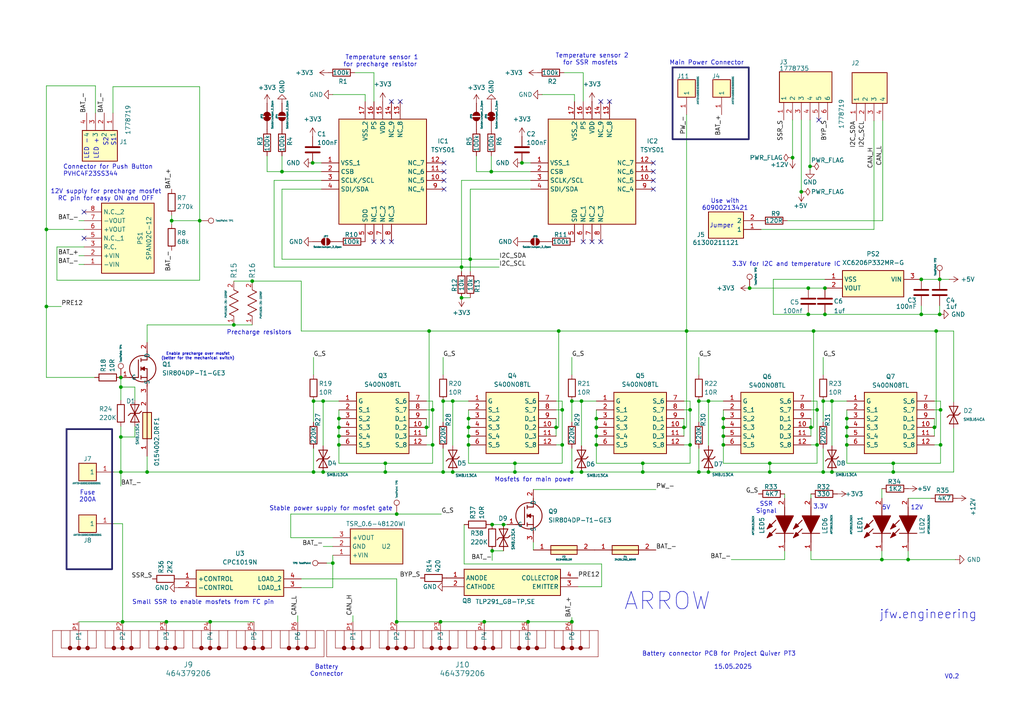
<source format=kicad_sch>
(kicad_sch (version 20250114) (generator "eeschema") (generator_version "9.0")
  (paper "A4")
  (lib_symbols
    (symbol "Connector:TestPoint" (pin_numbers (hide yes)) (pin_names (offset 0.762) (hide yes))
      (property "Reference" "TP" (at 0 6.858 0))
      (property "Value" "TestPoint" (at 0 5.08 0))
      (symbol "TestPoint_1_1"
        (pin passive line (at 0 0 90) (length 2.54) (name "1") (number "1"))
      )
    )
    (symbol "Device:C" (pin_numbers (hide yes)) (pin_names (offset 0.254))
      (property "Reference" "C" (at 0.635 2.54 0))
      (property "Value" "C" (at 0.635 -2.54 0))
      (symbol "C_1_1"
        (pin passive line (at 0 3.81 270) (length 2.794) (name "~") (number "1"))
        (pin passive line (at 0 -3.81 90) (length 2.794) (name "~") (number "2"))
      )
    )
    (symbol "Device:R" (pin_numbers (hide yes)) (pin_names (offset 0))
      (property "Reference" "R" (at 2.032 0 90))
      (property "Value" "R" (at 0 0 90))
      (symbol "R_1_1"
        (pin passive line (at 0 3.81 270) (length 1.27) (name "~") (number "1"))
        (pin passive line (at 0 -3.81 90) (length 1.27) (name "~") (number "2"))
      )
    )
    (symbol "Jumper:SolderJumper_2_Bridged" (pin_numbers (hide yes)) (pin_names (offset 0) (hide yes)) (in_bom no)
      (property "Reference" "JP" (at 0 2.032 0))
      (property "Value" "SolderJumper_2_Bridged" (at 0 -2.54 0))
      (symbol "SolderJumper_2_Bridged_1_1"
        (pin passive line (at -3.81 0 0) (length 2.54) (name "A") (number "1"))
        (pin passive line (at 3.81 0 180) (length 2.54) (name "B") (number "2"))
      )
    )
    (symbol "Jumper:SolderJumper_2_Open" (pin_numbers (hide yes)) (pin_names (offset 0) (hide yes)) (in_bom no)
      (property "Reference" "JP" (at 0 2.032 0))
      (property "Value" "SolderJumper_2_Open" (at 0 -2.54 0))
      (symbol "SolderJumper_2_Open_1_1"
        (pin passive line (at -3.81 0 0) (length 2.54) (name "A") (number "1"))
        (pin passive line (at 3.81 0 180) (length 2.54) (name "B") (number "2"))
      )
    )
    (symbol "PCM_JLCPCB-Diodes:TVS-Bi,SMBJ13CA" (pin_numbers (hide yes)) (pin_names (offset 0))
      (property "Reference" "D" (at 2.032 0.834 0))
      (property "Value" "SMBJ13CA" (at 2.032 -1.2122 0))
      (symbol "TVS-Bi,SMBJ13CA_1_1"
        (pin passive line (at 0 3.81 270) (length 3.81) (name "~") (number "2"))
        (pin passive line (at 0 -3.81 90) (length 3.81) (name "~") (number "1"))
      )
    )
    (symbol "PCM_JLCPCB-Diodes:TVS-Bi,SMBJ64CA" (pin_numbers (hide yes)) (pin_names (offset 0))
      (property "Reference" "D" (at 2.032 0.834 0))
      (property "Value" "SMBJ64CA" (at 2.032 -1.2122 0))
      (symbol "TVS-Bi,SMBJ64CA_1_1"
        (pin passive line (at 0 3.81 270) (length 3.81) (name "~") (number "2"))
        (pin passive line (at 0 -3.81 90) (length 3.81) (name "~") (number "1"))
      )
    )
    (symbol "Samacsys:1778719"
      (property "Reference" "J" (at 16.51 7.62 0))
      (property "Value" "1778719" (at 16.51 5.08 0))
      (symbol "1778719_1_1"
        (pin passive line (at 22.86 0 180) (length 5.08) (name "1") (number "1"))
        (pin passive line (at 22.86 -2.54 180) (length 5.08) (name "2") (number "2"))
        (pin passive line (at 22.86 -5.08 180) (length 5.08) (name "3") (number "3"))
        (pin passive line (at 22.86 -7.62 180) (length 5.08) (name "4") (number "4"))
      )
    )
    (symbol "Samacsys:AMT0450003DB0000G"
      (property "Reference" "J" (at 2.032 7.112 0))
      (property "Value" "AMT0450003DB0000G" (at 2.032 4.572 0))
      (symbol "AMT0450003DB0000G_1_1"
        (pin passive line (at 0 0 0) (length 5.08) (name "1") (number "1"))
      )
    )
    (symbol "Samacsys_kicad_sym:0154002.DR" (pin_names (hide yes))
      (property "Reference" "F" (at 13.97 6.35 0))
      (property "Value" "0154002.DR" (at 13.97 3.81 0))
      (symbol "0154002.DR_1_1"
        (pin passive line (at 0 0 0) (length 5.08) (name "1") (number "1"))
        (pin passive line (at 17.78 0 180) (length 5.08) (name "2") (number "2"))
      )
    )
    (symbol "Samacsys_kicad_sym:0154005.DR" (pin_names (hide yes))
      (property "Reference" "F" (at 13.97 6.35 0))
      (property "Value" "0154005.DR" (at 13.97 3.81 0))
      (symbol "0154005.DR_1_1"
        (pin passive line (at 0 0 0) (length 5.08) (name "1") (number "1"))
        (pin passive line (at 17.78 0 180) (length 5.08) (name "2") (number "2"))
      )
    )
    (symbol "Samacsys_kicad_sym:1778735"
      (property "Reference" "J" (at 6.096 5.588 0))
      (property "Value" "1778735" (at 6.096 3.048 0))
      (symbol "1778735_1_1"
        (pin passive line (at 0 0 0) (length 5.08) (name "1") (number "1"))
        (pin passive line (at 0 -2.54 0) (length 5.08) (name "2") (number "2"))
        (pin passive line (at 0 -5.08 0) (length 5.08) (name "3") (number "3"))
        (pin passive line (at 0 -7.62 0) (length 5.08) (name "4") (number "4"))
        (pin passive line (at 0 -10.16 0) (length 5.08) (name "5") (number "5"))
        (pin passive line (at 0 -12.7 0) (length 5.08) (name "6") (number "6"))
      )
    )
    (symbol "Samacsys_kicad_sym:3425L200_60MR" (pin_names (hide yes))
      (property "Reference" "F" (at 13.97 6.35 0))
      (property "Value" "3425L200_60MR" (at 13.97 3.81 0))
      (symbol "3425L200_60MR_1_1"
        (pin passive line (at 0 0 0) (length 5.08) (name "1") (number "1"))
        (pin passive line (at 17.78 0 180) (length 5.08) (name "2") (number "2"))
      )
    )
    (symbol "Samacsys_kicad_sym:61300211121"
      (property "Reference" "J" (at 16.51 7.62 0))
      (property "Value" "61300211121" (at 16.51 5.08 0))
      (symbol "61300211121_1_1"
        (pin passive line (at 0 0 0) (length 5.08) (name "1") (number "1"))
        (pin passive line (at 0 -2.54 0) (length 5.08) (name "2") (number "2"))
      )
    )
    (symbol "Samacsys_kicad_sym:APT2012LZGCK" (pin_names (hide yes))
      (property "Reference" "LED" (at 12.7 8.89 0))
      (property "Value" "APT2012LZGCK" (at 12.7 6.35 0))
      (symbol "APT2012LZGCK_1_1"
        (pin passive line (at 0 0 0) (length 2.54) (name "K") (number "1"))
        (pin passive line (at 15.24 0 180) (length 2.54) (name "A") (number "2"))
      )
    )
    (symbol "Samacsys_kicad_sym:CPC1019N"
      (property "Reference" "K" (at 31.75 7.62 0))
      (property "Value" "CPC1019N" (at 31.75 5.08 0))
      (symbol "CPC1019N_1_1"
        (pin passive line (at 0 0 0) (length 5.08) (name "+CONTROL") (number "1"))
        (pin passive line (at 0 -2.54 0) (length 5.08) (name "-CONTROL") (number "2"))
        (pin passive line (at 35.56 0 180) (length 5.08) (name "LOAD_2") (number "4"))
        (pin passive line (at 35.56 -2.54 180) (length 5.08) (name "LOAD_1") (number "3"))
      )
    )
    (symbol "Samacsys_kicad_sym:S400N08TL"
      (property "Reference" "Q" (at 5.08 6.858 0))
      (property "Value" "S400N08TL" (at 5.08 4.318 0))
      (symbol "S400N08TL_1_1"
        (pin passive line (at 0 0 0) (length 5.08) (name "G") (number "1"))
        (pin passive line (at 0 -2.54 0) (length 5.08) (name "S_1") (number "2"))
        (pin passive line (at 0 -5.08 0) (length 5.08) (name "S_2") (number "3"))
        (pin passive line (at 0 -7.62 0) (length 5.08) (name "S_3") (number "4"))
        (pin passive line (at 0 -10.16 0) (length 5.08) (name "S_4") (number "5"))
        (pin passive line (at 0 -12.7 0) (length 5.08) (name "S_5") (number "6"))
        (pin passive line (at 25.4 0 180) (length 5.08) (name "S_6") (number "7"))
        (pin passive line (at 25.4 -2.54 180) (length 5.08) (name "S_7") (number "8"))
        (pin passive line (at 25.4 -5.08 180) (length 5.08) (name "D_1") (number "9"))
        (pin passive line (at 25.4 -7.62 180) (length 5.08) (name "D_2") (number "10"))
        (pin passive line (at 25.4 -10.16 180) (length 5.08) (name "D_3") (number "11"))
        (pin passive line (at 25.4 -12.7 180) (length 5.08) (name "S_8") (number "12"))
      )
    )
    (symbol "Samacsys_kicad_sym:SIR804DP-T1-GE3"
      (property "Reference" "Q" (at 11.176 3.81 0))
      (property "Value" "SIR804DP-T1-GE3" (at 11.176 1.27 0))
      (symbol "SIR804DP-T1-GE3_1_1"
        (pin passive line (at 0 0 0) (length 2.54) (name "G") (number "1"))
        (pin passive line (at 7.62 10.16 270) (length 2.54) (name "D") (number "2"))
        (pin passive line (at 7.62 -5.08 90) (length 2.54) (name "S") (number "3"))
      )
    )
    (symbol "Samacsys_kicad_sym:SPAN02C-12"
      (property "Reference" "PS" (at 21.59 7.62 0))
      (property "Value" "SPAN02C-12" (at 21.59 5.08 0))
      (symbol "SPAN02C-12_1_1"
        (pin passive line (at 0 0 0) (length 5.08) (name "-VIN") (number "1"))
        (pin passive line (at 0 -2.54 0) (length 5.08) (name "+VIN") (number "2"))
        (pin passive line (at 0 -5.08 0) (length 5.08) (name "R.C.") (number "3"))
        (pin passive line (at 0 -7.62 0) (length 5.08) (name "N.C._1") (number "5"))
        (pin passive line (at 0 -10.16 0) (length 5.08) (name "+VOUT") (number "6"))
        (pin passive line (at 0 -12.7 0) (length 5.08) (name "-VOUT") (number "7"))
        (pin passive line (at 0 -15.24 0) (length 5.08) (name "N.C._2") (number "8"))
      )
    )
    (symbol "Samacsys_kicad_sym:TLP291_GB-TP,SE"
      (property "Reference" "Q" (at 34.29 7.62 0))
      (property "Value" "TLP291_GB-TP,SE" (at 34.29 5.08 0))
      (symbol "TLP291_GB-TP,SE_1_1"
        (pin passive line (at 0 0 0) (length 5.08) (name "ANODE") (number "1"))
        (pin passive line (at 0 -2.54 0) (length 5.08) (name "CATHODE") (number "2"))
        (pin passive line (at 38.1 0 180) (length 5.08) (name "COLLECTOR") (number "4"))
        (pin passive line (at 38.1 -2.54 180) (length 5.08) (name "EMITTER") (number "3"))
      )
    )
    (symbol "Samacsys_kicad_sym:TSR_0.6-48120WI"
      (property "Reference" "PS" (at 21.59 7.62 0))
      (property "Value" "TSR_0.6-48120WI" (at 21.59 5.08 0))
      (symbol "TSR_0.6-48120WI_1_1"
        (pin passive line (at 0 0 0) (length 5.08) (name "+VIN") (number "1"))
        (pin passive line (at 0 -2.54 0) (length 5.08) (name "GND") (number "2"))
        (pin passive line (at 0 -5.08 0) (length 5.08) (name "+VOUT") (number "3"))
      )
    )
    (symbol "Samacsys_kicad_sym:TSYS01"
      (property "Reference" "IC" (at 31.75 17.78 0))
      (property "Value" "TSYS01" (at 31.75 15.24 0))
      (symbol "TSYS01_1_1"
        (pin passive line (at 0 0 0) (length 5.08) (name "VSS_1") (number "1"))
        (pin passive line (at 0 -2.54 0) (length 5.08) (name "CSB") (number "2"))
        (pin passive line (at 0 -5.08 0) (length 5.08) (name "SCLK/SCL") (number "3"))
        (pin passive line (at 0 -7.62 0) (length 5.08) (name "SDI/SDA") (number "4"))
        (pin passive line (at 12.7 17.78 270) (length 5.08) (name "VSS_2") (number "17"))
        (pin passive line (at 12.7 -22.86 90) (length 5.08) (name "SDO") (number "5"))
        (pin passive line (at 15.24 17.78 270) (length 5.08) (name "PS") (number "16"))
        (pin passive line (at 15.24 -22.86 90) (length 5.08) (name "NC_1") (number "6"))
        (pin passive line (at 17.78 17.78 270) (length 5.08) (name "VDD") (number "15"))
        (pin passive line (at 17.78 -22.86 90) (length 5.08) (name "NC_2") (number "7"))
        (pin passive line (at 20.32 17.78 270) (length 5.08) (name "NC_9") (number "14"))
        (pin passive line (at 20.32 -22.86 90) (length 5.08) (name "NC_3") (number "8"))
        (pin passive line (at 22.86 17.78 270) (length 5.08) (name "NC_8") (number "13"))
        (pin passive line (at 35.56 0 180) (length 5.08) (name "NC_7") (number "12"))
        (pin passive line (at 35.56 -2.54 180) (length 5.08) (name "NC_6") (number "11"))
        (pin passive line (at 35.56 -5.08 180) (length 5.08) (name "NC_5") (number "10"))
        (pin passive line (at 35.56 -7.62 180) (length 5.08) (name "NC_4") (number "9"))
      )
    )
    (symbol "Samacsys_kicad_sym:XC6206P332MR-G"
      (property "Reference" "PS" (at 24.13 7.62 0))
      (property "Value" "XC6206P332MR-G" (at 24.13 5.08 0))
      (symbol "XC6206P332MR-G_1_1"
        (pin power_in line (at 0 0 0) (length 5.08) (name "VSS") (number "1"))
        (pin power_out line (at 0 -2.54 0) (length 5.08) (name "VOUT") (number "2"))
        (pin power_in line (at 27.94 0 180) (length 5.08) (name "VIN") (number "3"))
      )
    )
    (symbol "Snapeda:PWR163S-25-33R0F" (pin_names (offset 1.016))
      (property "Reference" "R" (at -7.6244 2.5415 0))
      (property "Value" "PWR163S-25-33R0F" (at -7.63 -5.0866 0))
      (symbol "PWR163S-25-33R0F_1_1"
        (pin passive line (at -6.35 0 0) (length 2.54) (name "") (number "1"))
        (pin passive line (at 6.35 0 180) (length 2.54) (name "") (number "2"))
      )
    )
    (symbol "Snapeda_kicad_sym:464379206" (pin_names (offset 0.254))
      (property "Reference" "J" (at 8.89 6.35 0))
      (property "Value" "464379206" (at 9.144 -78.232 0))
      (symbol "464379206_1_1"
        (pin bidirectional line (at 2.54 -5.08 0) (length 2.54) (name "P1") (number "P1"))
        (pin bidirectional line (at 2.54 -17.78 0) (length 2.54) (name "P2") (number "P2"))
        (pin bidirectional line (at 2.54 -30.48 0) (length 2.54) (name "P3") (number "P3"))
        (pin bidirectional line (at 2.54 -43.18 0) (length 2.54) (name "P4") (number "P4"))
        (pin bidirectional line (at 2.54 -55.88 0) (length 2.54) (name "P5") (number "P5"))
        (pin bidirectional line (at 2.54 -68.58 0) (length 2.54) (name "P6") (number "P6"))
      )
    )
    (symbol "power:+12V" (power) (pin_numbers (hide yes)) (pin_names (offset 0) (hide yes))
      (property "Value" "+12V" (at 0 3.556 0))
      (symbol "+12V_1_1"
        (pin power_in line (at 0 0 90) (length 0) (name "~") (number "1"))
      )
    )
    (symbol "power:+3V3" (power) (pin_numbers (hide yes)) (pin_names (offset 0) (hide yes))
      (property "Value" "+3V3" (at 0 3.556 0))
      (symbol "+3V3_1_1"
        (pin power_in line (at 0 0 90) (length 0) (name "~") (number "1"))
      )
    )
    (symbol "power:+5V" (power) (pin_numbers (hide yes)) (pin_names (offset 0) (hide yes))
      (property "Value" "+5V" (at 0 3.556 0))
      (symbol "+5V_1_1"
        (pin power_in line (at 0 0 90) (length 0) (name "~") (number "1"))
      )
    )
    (symbol "power:GND" (power) (pin_numbers (hide yes)) (pin_names (offset 0) (hide yes))
      (property "Value" "GND" (at 0 -3.81 0))
      (symbol "GND_1_1"
        (pin power_in line (at 0 0 270) (length 0) (name "~") (number "1"))
      )
    )
    (symbol "power:PWR_FLAG" (power) (pin_numbers (hide yes)) (pin_names (offset 0) (hide yes))
      (property "Value" "PWR_FLAG" (at 0 3.81 0))
      (symbol "PWR_FLAG_0_0"
        (pin power_out line (at 0 0 90) (length 0) (name "~") (number "1"))
      )
    )
  )
  (rectangle (start 195.072 19.558) (end 217.17 40.386) (stroke (width 0.5) (color 32 30 101 1)))
  (rectangle (start 19.304 124.46) (end 32.512 165.0986) (stroke (width 0.5) (color 32 30 101 1)))
  (text "15.05.2025" (at 212.598 193.548 0) (effects (font (size 1.27 1.27))))
  (text "Connector for Push Button\nPVHC4F23SS344\n" (at 18.288 49.53 0) (effects (font (size 1.27 1.27)) (justify left)))
  (text "Battery connector PCB for Project Quiver PT3" (at 208.534 189.738 0) (effects (font (size 1.27 1.27))))
  (text "S1" (at 33.02 41.148 90) (effects (font (size 1.27 1.27))))
  (text "SSR\nSignal" (at 222.25 147.32 0) (effects (font (size 1.27 1.27))))
  (text "3.3V" (at 237.998 147.066 0) (effects (font (size 1.27 1.27))))
  (text "12V supply for precharge mosfet\nRC pin for easy ON and OFF" (at 30.734 56.642 0) (effects (font (size 1.27 1.27))))
  (text "Use with\n60900213421" (at 210.312 59.436 0) (effects (font (size 1.27 1.27))))
  (text "12V" (at 265.938 147.32 0) (effects (font (size 1.27 1.27))))
  (text "Battery\nConnector" (at 94.742 194.564 0) (effects (font (size 1.27 1.27))))
  (text "ARROW" (at 193.548 174.498 0) (effects (font (size 5 5))))
  (text "Temperature sensor 1\nfor precharge resistor " (at 110.744 17.78 0) (effects (font (size 1.27 1.27))))
  (text "Small SSR to enable mosfets from FC pin" (at 58.928 174.752 0) (effects (font (size 1.27 1.27))))
  (text "3.3V for I2C and temperature IC" (at 228.092 76.708 0) (effects (font (size 1.27 1.27))))
  (text "Jumper" (at 209.296 65.532 0) (effects (font (size 1.27 1.27))))
  (text "5V" (at 257.048 147.32 0) (effects (font (size 1.27 1.27))))
  (text "Mosfets for main power" (at 154.94 139.192 0) (effects (font (size 1.27 1.27))))
  (text "LED -" (at 25.146 43.18 90) (effects (font (size 1.27 1.27))))
  (text "S2\n" (at 30.734 41.148 90) (effects (font (size 1.27 1.27))))
  (text "Stable power supply for mosfet gate" (at 96.012 147.574 0) (effects (font (size 1.27 1.27))))
  (text "V0.2" (at 276.098 196.342 0) (effects (font (size 1.27 1.27))))
  (text "jfw.engineering" (at 269.24 178.308 0) (effects (font (size 2.5 2.5))))
  (text "Temperature sensor 2\nfor SSR mosfets " (at 171.704 17.272 0) (effects (font (size 1.27 1.27))))
  (text "Enable precharge over mosfet\n(better for the mechanical switch)" (at 57.404 103.378 0) (effects (font (size 0.8 0.8))))
  (text "LED +" (at 27.94 43.18 90) (effects (font (size 1.27 1.27))))
  (text "Main Power Connector" (at 204.978 18.288 0) (effects (font (size 1.27 1.27))))
  (text "Fuse\n200A" (at 25.4 144.018 0) (effects (font (size 1.27 1.27))))
  (text "Precharge resistors" (at 75.184 96.52 0) (effects (font (size 1.27 1.27))))
  (junction (at 272.542 81.026))
  (junction (at 236.982 118.872))
  (junction (at 199.136 96.012))
  (junction (at 135.89 123.952))
  (junction (at 267.208 91.186))
  (junction (at 35.052 126.746))
  (junction (at 165.862 116.332))
  (junction (at 186.436 136.906))
  (junction (at 128.524 136.906))
  (junction (at 234.442 91.186))
  (junction (at 168.656 136.906))
  (junction (at 202.692 116.332))
  (junction (at 98.298 121.412))
  (junction (at 263.398 162.306))
  (junction (at 200.152 129.032))
  (junction (at 205.486 136.906))
  (junction (at 217.424 83.566))
  (junction (at 202.692 136.906))
  (junction (at 135.89 121.412))
  (junction (at 73.152 81.534))
  (junction (at 35.052 112.268))
  (junction (at 124.46 96.012))
  (junction (at 172.974 123.952))
  (junction (at 162.052 96.012))
  (junction (at 165.862 180.34))
  (junction (at 236.982 129.032))
  (junction (at 81.788 49.784))
  (junction (at 125.476 129.032))
  (junction (at 151.384 47.244))
  (junction (at 223.266 134.366))
  (junction (at 209.804 123.952))
  (junction (at 200.152 118.872))
  (junction (at 272.796 118.872))
  (junction (at 136.398 75.184))
  (junction (at 140.462 180.34))
  (junction (at 234.442 83.566))
  (junction (at 128.524 116.332))
  (junction (at 153.162 180.34))
  (junction (at 98.298 123.952))
  (junction (at 48.26 180.34))
  (junction (at 123.698 123.952))
  (junction (at 49.784 64.008))
  (junction (at 125.476 118.872))
  (junction (at 115.062 180.34))
  (junction (at 259.08 134.366))
  (junction (at 67.818 94.234))
  (junction (at 163.068 129.032))
  (junction (at 142.748 159.766))
  (junction (at 111.76 136.906))
  (junction (at 142.748 152.146))
  (junction (at 35.052 109.474))
  (junction (at 57.912 64.008))
  (junction (at 271.018 123.952))
  (junction (at 238.76 116.332))
  (junction (at 238.76 136.906))
  (junction (at 35.56 180.34))
  (junction (at 111.76 134.366))
  (junction (at 90.932 136.906))
  (junction (at 133.858 77.47))
  (junction (at 245.618 123.952))
  (junction (at 35.052 136.906))
  (junction (at 131.318 136.906))
  (junction (at 209.804 121.412))
  (junction (at 90.932 116.332))
  (junction (at 13.462 66.548))
  (junction (at 172.974 121.412))
  (junction (at 245.618 126.492))
  (junction (at 245.618 121.412))
  (junction (at 198.374 123.952))
  (junction (at 42.672 136.906))
  (junction (at 186.436 134.366))
  (junction (at 241.3 116.332))
  (junction (at 232.41 55.626))
  (junction (at 245.618 129.032))
  (junction (at 172.974 126.492))
  (junction (at 90.678 47.244))
  (junction (at 131.318 116.332))
  (junction (at 172.974 129.032))
  (junction (at 93.726 116.332))
  (junction (at 149.352 136.906))
  (junction (at 168.656 116.332))
  (junction (at 259.08 136.906))
  (junction (at 209.804 129.032))
  (junction (at 135.89 126.492))
  (junction (at 98.298 126.492))
  (junction (at 115.062 149.098))
  (junction (at 209.804 126.492))
  (junction (at 229.87 45.72))
  (junction (at 149.352 134.366))
  (junction (at 60.96 180.34))
  (junction (at 235.966 96.012))
  (junction (at 241.3 136.906))
  (junction (at 239.268 91.186))
  (junction (at 146.05 152.146))
  (junction (at 13.462 88.9))
  (junction (at 272.796 129.032))
  (junction (at 255.778 162.306))
  (junction (at 96.52 163.322))
  (junction (at 272.542 91.186))
  (junction (at 161.29 123.952))
  (junction (at 93.726 136.906))
  (junction (at 163.068 118.872))
  (junction (at 234.95 48.26))
  (junction (at 271.526 96.012))
  (junction (at 127.762 180.34))
  (junction (at 142.494 49.784))
  (junction (at 235.204 123.952))
  (junction (at 135.89 129.032))
  (junction (at 205.486 116.332))
  (junction (at 223.266 136.906))
  (junction (at 239.268 83.566))
  (junction (at 267.208 81.026))
  (junction (at 133.858 86.36))
  (junction (at 165.862 136.906))
  (junction (at 98.298 129.032))
  (no_connect (at 171.704 70.104))
  (no_connect (at 176.784 29.464))
  (no_connect (at 24.384 61.468))
  (no_connect (at 189.484 52.324))
  (no_connect (at 108.458 70.104))
  (no_connect (at 189.484 47.244))
  (no_connect (at 128.778 54.864))
  (no_connect (at 174.244 70.104))
  (no_connect (at 237.49 34.798))
  (no_connect (at 113.538 70.104))
  (no_connect (at 113.538 29.464))
  (no_connect (at 110.998 70.104))
  (no_connect (at 24.384 69.088))
  (no_connect (at 174.244 29.464))
  (no_connect (at 189.484 54.864))
  (no_connect (at 128.778 52.324))
  (no_connect (at 128.778 49.784))
  (no_connect (at 189.484 49.784))
  (no_connect (at 116.078 29.464))
  (no_connect (at 128.778 47.244))
  (no_connect (at 169.164 70.104))
  (wire (pts (xy 202.692 136.906) (xy 205.486 136.906)))
  (wire (pts (xy 161.29 118.872) (xy 163.068 118.872)))
  (wire (pts (xy 73.152 81.534) (xy 87.376 81.534)))
  (wire (pts (xy 57.912 25.146) (xy 57.912 64.008)))
  (wire (pts (xy 42.672 136.906) (xy 90.932 136.906)))
  (wire (pts (xy 39.116 123.698) (xy 39.116 126.746)))
  (wire (pts (xy 49.784 64.008) (xy 57.912 64.008)))
  (wire (pts (xy 96.52 163.322) (xy 96.52 161.036)))
  (wire (pts (xy 32.766 25.146) (xy 32.766 32.766)))
  (wire (pts (xy 161.29 123.952) (xy 162.052 123.952)))
  (wire (pts (xy 172.974 123.952) (xy 172.974 126.492)))
  (wire (pts (xy 255.778 159.766) (xy 255.778 162.306)))
  (wire (pts (xy 162.052 96.012) (xy 162.052 123.952)))
  (wire (pts (xy 205.486 136.906) (xy 223.266 136.906)))
  (wire (pts (xy 111.76 134.366) (xy 125.476 134.366)))
  (wire (pts (xy 57.912 64.008) (xy 57.912 81.28)))
  (wire (pts (xy 115.062 180.34) (xy 127.762 180.34)))
  (wire (pts (xy 198.374 121.412) (xy 198.374 123.952)))
  (wire (pts (xy 94.742 163.322) (xy 96.52 163.322)))
  (wire (pts (xy 236.982 116.332) (xy 236.982 118.872)))
  (wire (pts (xy 49.784 62.484) (xy 49.784 64.008)))
  (wire (pts (xy 81.788 75.184) (xy 136.398 75.184)))
  (wire (pts (xy 111.76 136.906) (xy 128.524 136.906)))
  (wire (pts (xy 27.686 24.892) (xy 13.462 24.892)))
  (wire (pts (xy 161.29 116.332) (xy 163.068 116.332)))
  (wire (pts (xy 98.298 134.366) (xy 111.76 134.366)))
  (wire (pts (xy 238.76 122.428) (xy 238.76 116.332)))
  (wire (pts (xy 135.89 121.412) (xy 135.89 123.952)))
  (wire (pts (xy 172.974 126.492) (xy 172.974 129.032)))
  (wire (pts (xy 90.932 136.906) (xy 93.726 136.906)))
  (wire (pts (xy 165.862 130.048) (xy 165.862 136.906)))
  (wire (pts (xy 217.424 83.566) (xy 234.442 83.566)))
  (wire (pts (xy 253.492 35.052) (xy 253.492 66.548)))
  (wire (pts (xy 235.204 123.952) (xy 235.966 123.952)))
  (wire (pts (xy 198.374 116.332) (xy 200.152 116.332)))
  (wire (pts (xy 202.692 103.632) (xy 202.692 108.712)))
  (wire (pts (xy 135.89 123.952) (xy 135.89 126.492)))
  (wire (pts (xy 202.692 122.428) (xy 202.692 116.332)))
  (wire (pts (xy 90.932 116.332) (xy 90.932 122.428)))
  (wire (pts (xy 168.656 116.332) (xy 172.974 116.332)))
  (wire (pts (xy 154.686 157.226) (xy 154.686 159.512)))
  (wire (pts (xy 93.218 49.784) (xy 81.788 49.784)))
  (wire (pts (xy 276.606 116.586) (xy 276.606 96.012)))
  (wire (pts (xy 202.692 130.048) (xy 202.692 136.906)))
  (wire (pts (xy 93.726 116.332) (xy 93.726 129.286)))
  (wire (pts (xy 79.502 52.324) (xy 79.502 77.47)))
  (wire (pts (xy 186.436 134.366) (xy 200.152 134.366)))
  (wire (pts (xy 125.476 116.332) (xy 125.476 118.872)))
  (wire (pts (xy 241.3 136.906) (xy 259.08 136.906)))
  (wire (pts (xy 42.672 94.234) (xy 67.818 94.234)))
  (wire (pts (xy 272.796 116.332) (xy 272.796 118.872)))
  (wire (pts (xy 32.766 25.146) (xy 57.912 25.146)))
  (wire (pts (xy 267.208 91.186) (xy 267.208 88.646)))
  (wire (pts (xy 163.068 118.872) (xy 163.068 129.032)))
  (wire (pts (xy 123.698 121.412) (xy 123.698 123.952)))
  (wire (pts (xy 209.804 126.492) (xy 209.804 129.032)))
  (wire (pts (xy 22.86 76.708) (xy 24.384 76.708)))
  (wire (pts (xy 128.524 136.906) (xy 131.318 136.906)))
  (wire (pts (xy 267.208 91.186) (xy 272.542 91.186)))
  (wire (pts (xy 157.226 27.432) (xy 166.624 27.432)))
  (wire (pts (xy 102.87 21.082) (xy 108.458 21.082)))
  (wire (pts (xy 255.778 162.306) (xy 263.398 162.306)))
  (wire (pts (xy 81.788 49.784) (xy 77.47 49.784)))
  (wire (pts (xy 98.298 123.952) (xy 98.298 126.492)))
  (wire (pts (xy 259.08 134.366) (xy 259.08 136.906)))
  (wire (pts (xy 202.692 116.332) (xy 205.486 116.332)))
  (wire (pts (xy 200.152 129.032) (xy 198.374 129.032)))
  (wire (pts (xy 67.818 81.534) (xy 73.152 81.534)))
  (wire (pts (xy 96.52 170.434) (xy 87.376 170.434)))
  (wire (pts (xy 272.542 91.186) (xy 272.542 88.646)))
  (wire (pts (xy 227.584 143.256) (xy 227.584 144.526)))
  (wire (pts (xy 35.052 112.268) (xy 35.052 109.474)))
  (wire (pts (xy 236.982 129.032) (xy 235.204 129.032)))
  (wire (pts (xy 234.442 91.186) (xy 239.268 91.186)))
  (wire (pts (xy 235.204 116.332) (xy 236.982 116.332)))
  (wire (pts (xy 142.748 159.766) (xy 142.748 162.56)))
  (wire (pts (xy 136.398 54.864) (xy 136.398 75.184)))
  (wire (pts (xy 22.86 180.34) (xy 35.56 180.34)))
  (wire (pts (xy 128.524 122.428) (xy 128.524 116.332)))
  (wire (pts (xy 165.862 136.906) (xy 168.656 136.906)))
  (wire (pts (xy 153.924 54.864) (xy 136.398 54.864)))
  (wire (pts (xy 39.116 126.746) (xy 35.052 126.746)))
  (wire (pts (xy 136.398 75.184) (xy 136.398 78.74)))
  (wire (pts (xy 125.476 134.366) (xy 125.476 129.032)))
  (wire (pts (xy 35.052 140.97) (xy 35.052 136.906)))
  (wire (pts (xy 263.398 162.306) (xy 277.114 162.306)))
  (wire (pts (xy 79.502 77.47) (xy 133.858 77.47)))
  (wire (pts (xy 223.266 134.366) (xy 236.982 134.366)))
  (wire (pts (xy 93.726 116.332) (xy 90.932 116.332)))
  (wire (pts (xy 234.95 48.26) (xy 234.95 49.276)))
  (wire (pts (xy 200.152 118.872) (xy 200.152 129.032)))
  (wire (pts (xy 272.796 134.366) (xy 272.796 129.032)))
  (wire (pts (xy 149.352 134.366) (xy 149.352 136.906)))
  (wire (pts (xy 172.974 134.366) (xy 186.436 134.366)))
  (wire (pts (xy 24.384 66.548) (xy 13.462 66.548)))
  (wire (pts (xy 272.542 81.026) (xy 267.208 81.026)))
  (wire (pts (xy 13.462 88.9) (xy 17.78 88.9)))
  (wire (pts (xy 235.204 121.412) (xy 235.204 123.952)))
  (wire (pts (xy 151.384 47.244) (xy 153.924 47.244)))
  (wire (pts (xy 205.486 116.332) (xy 205.486 129.286)))
  (wire (pts (xy 115.062 149.098) (xy 128.016 149.098)))
  (wire (pts (xy 149.352 134.366) (xy 163.068 134.366)))
  (wire (pts (xy 142.748 152.146) (xy 146.05 152.146)))
  (wire (pts (xy 271.018 116.332) (xy 272.796 116.332)))
  (wire (pts (xy 124.46 96.012) (xy 87.376 96.012)))
  (wire (pts (xy 81.788 49.784) (xy 81.788 45.212)))
  (wire (pts (xy 241.3 116.332) (xy 241.3 129.286)))
  (wire (pts (xy 13.462 24.892) (xy 13.462 66.548)))
  (wire (pts (xy 209.804 123.952) (xy 209.804 126.492)))
  (wire (pts (xy 35.56 151.892) (xy 33.02 151.892)))
  (wire (pts (xy 35.052 116.078) (xy 35.052 112.268)))
  (wire (pts (xy 235.204 123.952) (xy 235.204 126.492)))
  (wire (pts (xy 135.89 126.492) (xy 135.89 129.032)))
  (wire (pts (xy 234.95 34.798) (xy 234.95 48.26)))
  (wire (pts (xy 123.698 116.332) (xy 125.476 116.332)))
  (wire (pts (xy 102.362 178.562) (xy 102.362 180.34)))
  (wire (pts (xy 241.3 116.332) (xy 245.618 116.332)))
  (wire (pts (xy 154.686 141.986) (xy 190.246 141.986)))
  (wire (pts (xy 259.08 134.366) (xy 272.796 134.366)))
  (wire (pts (xy 186.436 134.366) (xy 186.436 136.906)))
  (wire (pts (xy 123.698 118.872) (xy 125.476 118.872)))
  (wire (pts (xy 22.86 64.008) (xy 24.384 64.008)))
  (wire (pts (xy 33.02 136.906) (xy 35.052 136.906)))
  (wire (pts (xy 90.932 130.048) (xy 90.932 136.906)))
  (wire (pts (xy 228.346 64.008) (xy 256.032 64.008)))
  (wire (pts (xy 142.494 49.784) (xy 138.176 49.784)))
  (wire (pts (xy 229.87 46.228) (xy 229.87 45.72)))
  (wire (pts (xy 149.352 136.906) (xy 165.862 136.906)))
  (wire (pts (xy 98.298 116.332) (xy 93.726 116.332)))
  (wire (pts (xy 272.796 129.032) (xy 271.018 129.032)))
  (wire (pts (xy 123.698 123.952) (xy 123.698 126.492)))
  (wire (pts (xy 174.498 170.18) (xy 174.498 163.576)))
  (wire (pts (xy 223.266 134.366) (xy 223.266 136.906)))
  (wire (pts (xy 174.498 163.576) (xy 134.62 163.576)))
  (wire (pts (xy 86.36 178.562) (xy 86.36 180.34)))
  (wire (pts (xy 276.606 96.012) (xy 271.526 96.012)))
  (wire (pts (xy 238.76 103.632) (xy 238.76 108.712)))
  (wire (pts (xy 239.268 81.026) (xy 224.282 81.026)))
  (wire (pts (xy 133.858 77.47) (xy 144.78 77.47)))
  (wire (pts (xy 167.64 170.18) (xy 174.498 170.18)))
  (wire (pts (xy 135.89 134.366) (xy 149.352 134.366)))
  (wire (pts (xy 256.032 64.008) (xy 256.032 35.052)))
  (wire (pts (xy 263.398 144.526) (xy 270.002 144.526)))
  (wire (pts (xy 125.476 118.872) (xy 125.476 129.032)))
  (wire (pts (xy 39.116 116.078) (xy 39.116 112.268)))
  (wire (pts (xy 272.796 118.872) (xy 272.796 129.032)))
  (wire (pts (xy 16.51 81.28) (xy 57.912 81.28)))
  (wire (pts (xy 271.018 121.412) (xy 271.018 123.952)))
  (wire (pts (xy 271.526 123.952) (xy 271.018 123.952)))
  (wire (pts (xy 209.804 134.366) (xy 223.266 134.366)))
  (wire (pts (xy 16.51 71.628) (xy 16.51 81.28)))
  (wire (pts (xy 236.982 118.872) (xy 236.982 129.032)))
  (wire (pts (xy 128.524 130.048) (xy 128.524 136.906)))
  (wire (pts (xy 199.136 33.274) (xy 199.136 96.012)))
  (wire (pts (xy 245.618 134.366) (xy 259.08 134.366)))
  (wire (pts (xy 169.164 21.082) (xy 169.164 29.464)))
  (wire (pts (xy 131.318 116.332) (xy 131.318 129.286)))
  (wire (pts (xy 98.298 118.872) (xy 98.298 121.412)))
  (wire (pts (xy 153.924 49.784) (xy 142.494 49.784)))
  (wire (pts (xy 140.462 180.34) (xy 153.162 180.34)))
  (wire (pts (xy 232.41 55.88) (xy 232.41 55.626)))
  (wire (pts (xy 105.918 27.432) (xy 105.918 29.464)))
  (wire (pts (xy 146.05 152.146) (xy 147.066 152.146)))
  (wire (pts (xy 238.76 116.332) (xy 241.3 116.332)))
  (wire (pts (xy 131.318 116.332) (xy 135.89 116.332)))
  (wire (pts (xy 271.018 118.872) (xy 272.796 118.872)))
  (wire (pts (xy 98.298 129.032) (xy 98.298 134.366)))
  (wire (pts (xy 168.656 136.906) (xy 186.436 136.906)))
  (wire (pts (xy 84.328 149.098) (xy 115.062 149.098)))
  (wire (pts (xy 161.29 121.412) (xy 161.29 123.952)))
  (wire (pts (xy 172.974 121.412) (xy 172.974 123.952)))
  (wire (pts (xy 224.282 91.186) (xy 234.442 91.186)))
  (wire (pts (xy 172.974 129.032) (xy 172.974 134.366)))
  (wire (pts (xy 35.052 126.746) (xy 35.052 136.906)))
  (wire (pts (xy 212.09 162.306) (xy 227.584 162.306)))
  (wire (pts (xy 13.462 88.9) (xy 13.462 109.474)))
  (wire (pts (xy 77.47 45.212) (xy 77.47 49.784)))
  (wire (pts (xy 93.726 136.906) (xy 111.76 136.906)))
  (wire (pts (xy 96.52 158.496) (xy 93.726 158.496)))
  (wire (pts (xy 35.56 151.892) (xy 35.56 180.34)))
  (wire (pts (xy 232.41 34.798) (xy 232.41 55.626)))
  (wire (pts (xy 223.266 136.906) (xy 238.76 136.906)))
  (wire (pts (xy 163.068 134.366) (xy 163.068 129.032)))
  (wire (pts (xy 133.858 78.74) (xy 133.858 77.47)))
  (wire (pts (xy 275.336 81.026) (xy 272.542 81.026)))
  (wire (pts (xy 245.618 121.412) (xy 245.618 123.952)))
  (wire (pts (xy 142.494 49.784) (xy 142.494 45.212)))
  (wire (pts (xy 135.89 129.032) (xy 135.89 134.366)))
  (wire (pts (xy 13.462 66.548) (xy 13.462 88.9)))
  (wire (pts (xy 229.87 34.798) (xy 229.87 45.72)))
  (wire (pts (xy 108.458 21.082) (xy 108.458 29.464)))
  (wire (pts (xy 271.526 96.012) (xy 271.526 123.952)))
  (wire (pts (xy 133.858 52.324) (xy 133.858 77.47)))
  (wire (pts (xy 96.52 27.432) (xy 105.918 27.432)))
  (wire (pts (xy 227.584 159.766) (xy 227.584 162.306)))
  (wire (pts (xy 48.26 180.34) (xy 60.96 180.34)))
  (wire (pts (xy 138.176 45.212) (xy 138.176 49.784)))
  (wire (pts (xy 123.698 123.952) (xy 124.46 123.952)))
  (wire (pts (xy 35.052 136.906) (xy 42.672 136.906)))
  (wire (pts (xy 165.862 116.332) (xy 168.656 116.332)))
  (wire (pts (xy 81.788 54.864) (xy 81.788 75.184)))
  (wire (pts (xy 84.328 155.956) (xy 84.328 149.098)))
  (wire (pts (xy 90.678 47.244) (xy 93.218 47.244)))
  (wire (pts (xy 245.618 126.492) (xy 245.618 129.032)))
  (wire (pts (xy 131.318 136.906) (xy 149.352 136.906)))
  (wire (pts (xy 35.56 180.34) (xy 48.26 180.34)))
  (wire (pts (xy 163.068 129.032) (xy 161.29 129.032)))
  (wire (pts (xy 96.52 163.322) (xy 96.52 170.434)))
  (wire (pts (xy 209.804 121.412) (xy 209.804 123.952)))
  (wire (pts (xy 166.624 27.432) (xy 166.624 29.464)))
  (wire (pts (xy 165.862 179.07) (xy 165.862 180.34)))
  (wire (pts (xy 271.018 123.952) (xy 271.018 126.492)))
  (wire (pts (xy 93.218 52.324) (xy 79.502 52.324)))
  (wire (pts (xy 42.672 132.334) (xy 42.672 136.906)))
  (wire (pts (xy 209.804 129.032) (xy 209.804 134.366)))
  (wire (pts (xy 163.576 21.082) (xy 169.164 21.082)))
  (wire (pts (xy 276.606 136.906) (xy 276.606 124.206)))
  (wire (pts (xy 200.152 134.366) (xy 200.152 129.032)))
  (wire (pts (xy 235.204 159.766) (xy 235.204 162.306)))
  (wire (pts (xy 209.804 118.872) (xy 209.804 121.412)))
  (wire (pts (xy 124.46 96.012) (xy 162.052 96.012)))
  (wire (pts (xy 24.384 71.628) (xy 16.51 71.628)))
  (wire (pts (xy 198.374 123.952) (xy 198.374 126.492)))
  (wire (pts (xy 90.932 103.632) (xy 90.932 108.712)))
  (wire (pts (xy 142.24 152.146) (xy 142.748 152.146)))
  (wire (pts (xy 35.052 123.698) (xy 35.052 126.746)))
  (wire (pts (xy 238.76 136.906) (xy 241.3 136.906)))
  (wire (pts (xy 22.86 74.168) (xy 24.384 74.168)))
  (wire (pts (xy 199.136 96.012) (xy 199.136 123.952)))
  (wire (pts (xy 236.982 134.366) (xy 236.982 129.032)))
  (wire (pts (xy 111.76 134.366) (xy 111.76 136.906)))
  (wire (pts (xy 245.618 123.952) (xy 245.618 126.492)))
  (wire (pts (xy 136.398 75.184) (xy 144.78 75.184)))
  (wire (pts (xy 87.376 167.894) (xy 115.062 167.894)))
  (wire (pts (xy 98.298 121.412) (xy 98.298 123.952)))
  (wire (pts (xy 98.298 126.492) (xy 98.298 129.032)))
  (wire (pts (xy 235.966 96.012) (xy 271.526 96.012)))
  (wire (pts (xy 96.52 155.956) (xy 84.328 155.956)))
  (wire (pts (xy 235.966 96.012) (xy 235.966 123.952)))
  (wire (pts (xy 239.268 91.186) (xy 267.208 91.186)))
  (wire (pts (xy 235.204 143.256) (xy 235.204 144.526)))
  (wire (pts (xy 153.162 180.34) (xy 165.862 180.34)))
  (wire (pts (xy 60.96 180.34) (xy 73.66 180.34)))
  (wire (pts (xy 163.068 116.332) (xy 163.068 118.872)))
  (wire (pts (xy 135.89 118.872) (xy 135.89 121.412)))
  (wire (pts (xy 168.656 116.332) (xy 168.656 129.286)))
  (wire (pts (xy 165.862 103.632) (xy 165.862 108.712)))
  (wire (pts (xy 200.152 116.332) (xy 200.152 118.872)))
  (wire (pts (xy 128.524 116.332) (xy 131.318 116.332)))
  (wire (pts (xy 198.374 123.952) (xy 199.136 123.952)))
  (wire (pts (xy 224.282 81.026) (xy 224.282 91.186)))
  (wire (pts (xy 162.052 96.012) (xy 199.136 96.012)))
  (wire (pts (xy 263.398 159.766) (xy 263.398 162.306)))
  (wire (pts (xy 245.618 118.872) (xy 245.618 121.412)))
  (wire (pts (xy 39.116 112.268) (xy 35.052 112.268)))
  (wire (pts (xy 134.62 163.576) (xy 134.62 152.146)))
  (wire (pts (xy 93.218 54.864) (xy 81.788 54.864)))
  (wire (pts (xy 128.524 103.632) (xy 128.524 108.712)))
  (wire (pts (xy 235.204 118.872) (xy 236.982 118.872)))
  (wire (pts (xy 238.76 130.048) (xy 238.76 136.906)))
  (wire (pts (xy 220.726 66.548) (xy 253.492 66.548)))
  (wire (pts (xy 42.672 94.234) (xy 42.672 99.314)))
  (wire (pts (xy 199.136 96.012) (xy 235.966 96.012)))
  (wire (pts (xy 127.762 180.34) (xy 140.462 180.34)))
  (wire (pts (xy 245.618 129.032) (xy 245.618 134.366)))
  (wire (pts (xy 198.374 118.872) (xy 200.152 118.872)))
  (wire (pts (xy 255.778 141.732) (xy 255.778 144.526)))
  (wire (pts (xy 27.686 24.892) (xy 27.686 32.766)))
  (wire (pts (xy 87.376 81.534) (xy 87.376 96.012)))
  (wire (pts (xy 125.476 129.032) (xy 123.698 129.032)))
  (wire (pts (xy 13.462 109.474) (xy 27.432 109.474)))
  (wire (pts (xy 165.862 122.428) (xy 165.862 116.332)))
  (wire (pts (xy 235.204 162.306) (xy 255.778 162.306)))
  (wire (pts (xy 142.748 159.766) (xy 146.05 159.766)))
  (wire (pts (xy 205.486 116.332) (xy 209.804 116.332)))
  (wire (pts (xy 133.858 86.36) (xy 136.398 86.36)))
  (wire (pts (xy 153.924 52.324) (xy 133.858 52.324)))
  (wire (pts (xy 124.46 96.012) (xy 124.46 123.952)))
  (wire (pts (xy 67.818 94.234) (xy 73.152 94.234)))
  (wire (pts (xy 115.062 167.894) (xy 115.062 180.34)))
  (wire (pts (xy 234.442 83.566) (xy 239.268 83.566)))
  (wire (pts (xy 161.29 123.952) (xy 161.29 126.492)))
  (wire (pts (xy 172.974 118.872) (xy 172.974 121.412)))
  (wire (pts (xy 49.784 64.008) (xy 49.784 65.024)))
  (wire (pts (xy 259.08 136.906) (xy 276.606 136.906)))
  (wire (pts (xy 186.436 136.906) (xy 202.692 136.906)))
  (label "CAN_L" (at 256.032 42.164 270))
  (label "G_S" (at 165.862 103.632 0))
  (label "BAT_+" (at 165.862 179.07 90))
  (label "BAT_-" (at 190.246 159.512 0))
  (label "G_S" (at 202.692 103.632 0))
  (label "BAT_-" (at 142.748 162.56 180))
  (label "PW_-" (at 190.246 141.986 0))
  (label "BAT_+" (at 22.86 74.168 180))
  (label "G_S" (at 219.964 143.256 180))
  (label "BAT_-" (at 212.09 162.306 180))
  (label "CAN_H" (at 253.492 42.672 270))
  (label "PRE12" (at 167.64 167.64 0))
  (label "PRE12" (at 17.78 88.9 0))
  (label "I2C_SDA" (at 144.78 75.184 0))
  (label "SSR_S" (at 227.33 34.798 270))
  (label "PW_-" (at 199.136 33.528 270))
  (label "BAT_+" (at 209.296 33.274 270))
  (label "BYP_S" (at 240.03 34.798 270))
  (label "BAT_-" (at 49.784 72.644 270))
  (label "BAT_-" (at 25.146 32.766 90))
  (label "I2C_SDA" (at 248.412 35.052 270))
  (label "BAT_-" (at 93.726 158.496 180))
  (label "G_S" (at 128.524 103.632 0))
  (label "CAN_H" (at 102.362 178.562 90))
  (label "BAT_+" (at 49.784 54.864 90))
  (label "BAT_-" (at 22.86 64.008 180))
  (label "BAT_-" (at 35.052 140.97 0))
  (label "G_S" (at 90.932 103.632 0))
  (label "G_S" (at 238.76 103.632 0))
  (label "BYP_S" (at 121.92 167.64 180))
  (label "SSR_S" (at 44.196 167.894 180))
  (label "I2C_SCL" (at 144.78 77.47 0))
  (label "BAT_-" (at 22.86 76.708 180))
  (label "I2C_SCL" (at 250.952 35.052 270))
  (label "CAN_L" (at 86.36 178.562 90))
  (label "G_S" (at 128.016 149.098 0))
  (label "BAT_-" (at 30.226 32.766 90))
  (symbol (lib_id "Samacsys:1778719") (at 248.412 12.192 90) (mirror x) (unit 1)
    (property "Reference" "J2" (at 246.888 18.288 90) (effects (justify right)))
    (property "Value" "1778719" (at 243.332 28.702 0) (effects (justify left top)))
    (property "Footprint" "Samacsys:1778719" (effects (hide yes)))
    (property "Datasheet" "http://www.phoenixcontact.com/de/produkte/1778719/pdf" (effects (hide yes)))
    (property "Description" "PCB header, nominal cross section: 0.5 mm?, color: white, nominal current: 6 A, rated voltage (III/2): 160 V, contact surface: Tin, type of contact: Male connector, Number of potentials: 4, Number of rows: 1, Number of positions per row: 4, number of connections: 4, product range: PTSM 0,5/..-HV-SMD WH, pitch: 2.5 mm, mounting: SMD soldering, pin layout: Linear pad geometry, solder pin [P]: 2 mm, Stecksystem: COMBICON COMPACT PTSM, Locking: without, type of packaging: 44 mm wide tape, Article with anti-rota" (effects (hide yes)))
    (property "Height" "7.65" (effects (hide yes)))
    (property "Mouser Part Number" "651-1778719" (effects (hide yes)))
    (property "Mouser Price/Stock" "https://www.mouser.co.uk/ProductDetail/Phoenix-Contact/1778719?qs=o1waKiAPAqfNyRuQw4b1ZA%3D%3D" (effects (hide yes)))
    (property "Manufacturer_Name" "Phoenix Contact" (effects (hide yes)))
    (property "Manufacturer_Part_Number" "1778719" (effects (hide yes)))
  )
  (symbol (lib_id "Snapeda:PWR163S-25-33R0F") (at 73.152 87.884 90) (unit 1)
    (property "Reference" "R16" (at 73.152 78.486 0) (effects (font (size 1.524 1.524))))
    (property "Value" "PWR163S-25-33R0F" (at 75.946 92.456 0) (effects (font (size 0.5 0.5)) (justify left bottom)))
    (property "Footprint" "Snapeda:RES_PWR163_BRN" (effects (hide yes)))
    (property "Datasheet" "PWR163S-25-2000FE" (effects (hide yes)))
    (property "PARTREV" "0716" (effects (hide yes)))
    (property "STANDARD" "IPC7351B" (effects (hide yes)))
    (property "MAXIMUM_PACKAGE_HIEGHT" "3.17mm" (effects (hide yes)))
    (property "MANUFACTURER" "Bourns" (effects (hide yes)))
  )
  (symbol (lib_id "Device:R") (at 238.76 126.238 0) (unit 1)
    (property "Reference" "R31" (at 240.03 123.698 90) (effects (justify left)))
    (property "Value" "220K" (at 238.76 128.778 90) (effects (justify left)))
    (property "Footprint" "Resistor_SMD:R_0805_2012Metric_Pad1.20x1.40mm_HandSolder" (effects (hide yes)))
    (property "Description" "Resistor" (effects (hide yes)))
  )
  (symbol (lib_id "power:GND") (at 81.788 29.972 180) (unit 1)
    (property "Reference" "#PWR08" (effects (hide yes)))
    (property "Value" "GND" (at 81.788 25.146 90))
    (property "Description" "Power symbol creates a global label with name \"GND\" , ground" (effects (hide yes)))
  )
  (symbol (lib_id "Samacsys_kicad_sym:TSR_0.6-48120WI") (at 96.52 161.036 0) (mirror x) (unit 1)
    (property "Reference" "U2" (at 112.014 158.496 0))
    (property "Value" "TSR_0.6-48120WI" (at 100.33 152.654 0) (effects (justify left top)))
    (property "Footprint" "Samacsys:TSR0648120WI" (effects (hide yes)))
    (property "Datasheet" "https://tracopower.com/tsr0-6wi-datasheet/" (effects (hide yes)))
    (property "Description" "0.6 Amp POL converter, industrial, ultra wide 9-72 VDC input, pos.-pos. circuit, LM78 compatible, SIP-3" (effects (hide yes)))
    (property "Height" "13.4" (effects (hide yes)))
    (property "Mouser Part Number" "495-TSR0.6-48120WI" (effects (hide yes)))
    (property "Mouser Price/Stock" "https://www.mouser.co.uk/ProductDetail/TRACO-Power/TSR-0.6-48120WI?qs=XeJtXLiO41RYifRYPPRcXw%3D%3D" (effects (hide yes)))
    (property "Manufacturer_Name" "Traco Power" (effects (hide yes)))
    (property "Manufacturer_Part_Number" "TSR 0.6-48120WI" (effects (hide yes)))
  )
  (symbol (lib_id "Connector:TestPoint") (at 272.542 81.026 0) (unit 1)
    (property "Reference" "TP2" (at 271.272 76.2 90) (effects (font (size 0.5 0.5)) (justify left)))
    (property "Value" "TestPoint" (at 271.272 80.01 90) (effects (font (size 0.5 0.5)) (justify left)))
    (property "Footprint" "TestPoint:TestPoint_Pad_D1.5mm" (effects (hide yes)))
    (property "Description" "test point" (effects (hide yes)))
  )
  (symbol (lib_id "power:+5V") (at 275.336 81.026 270) (unit 1)
    (property "Reference" "#PWR021" (effects (hide yes)))
    (property "Value" "+5V" (at 278.638 81.0259 90) (effects (justify left)))
    (property "Description" "Power symbol creates a global label with name \"+5V\"" (effects (hide yes)))
  )
  (symbol (lib_id "Device:R") (at 128.524 112.522 0) (unit 1)
    (property "Reference" "R20" (at 130.048 111.252 0) (effects (justify left)))
    (property "Value" "10R" (at 130.048 113.792 0) (effects (justify left)))
    (property "Footprint" "Resistor_SMD:R_0805_2012Metric_Pad1.20x1.40mm_HandSolder" (effects (hide yes)))
    (property "Description" "Resistor" (effects (hide yes)))
  )
  (symbol (lib_id "Device:C") (at 239.268 87.376 0) (unit 1)
    (property "Reference" "C6" (at 241.808 87.376 0) (effects (justify left)))
    (property "Value" "1uf" (at 241.808 90.17 0) (effects (justify left)))
    (property "Footprint" "Capacitor_SMD:C_0805_2012Metric_Pad1.18x1.45mm_HandSolder" (effects (hide yes)))
    (property "Description" "Unpolarized capacitor" (effects (hide yes)))
  )
  (symbol (lib_id "Samacsys_kicad_sym:CPC1019N") (at 51.816 167.894 0) (unit 1)
    (property "Reference" "U3" (at 69.596 160.528 0))
    (property "Value" "CPC1019N" (at 69.596 163.068 0))
    (property "Footprint" "Samacsys:SOP254P610X218-4N" (effects (hide yes)))
    (property "Datasheet" "http://www.ixysic.com/home/pdfs.nsf/www/CPC1017N.pdf/$file/CPC1017N.pdf" (effects (hide yes)))
    (property "Description" "SPST-NO Solid State Relay Solder 1 A, 750 mA dc Surface Mount, AC/DC MOSFET" (effects (hide yes)))
    (property "Height" "2.184" (effects (hide yes)))
    (property "Mouser Part Number" "849-CPC1019N" (effects (hide yes)))
    (property "Mouser Price/Stock" "https://www.mouser.co.uk/ProductDetail/IXYS-Integrated-Circuits/CPC1019N?qs=OpMkDkHXivODOFSk3K4MqQ%3D%3D" (effects (hide yes)))
    (property "Manufacturer_Name" "LITTELFUSE" (effects (hide yes)))
    (property "Manufacturer_Part_Number" "CPC1019N" (effects (hide yes)))
  )
  (symbol (lib_id "PCM_JLCPCB-Diodes:TVS-Bi,SMBJ13CA") (at 205.486 133.096 0) (unit 1)
    (property "Reference" "D7" (at 207.01 134.62 0) (effects (justify left)))
    (property "Value" "SMBJ13CA" (at 206.502 137.668 0) (effects (font (size 0.8 0.8)) (justify left)))
    (property "Footprint" "PCM_JLCPCB:D_SMB" (effects (hide yes)))
    (property "Datasheet" "https://wmsc.lcsc.com/wmsc/upload/file/pdf/v2/lcsc/2312221742_hongjiacheng-SMBJ13CA_C19077568.pdf" (effects (hide yes)))
    (property "Description" "27.91A 600W 21.5V 15.9V Bidirectional 13V SMB ESD and Surge Protection (TVS/ESD) ROHS" (effects (hide yes)))
    (property "LCSC" "C19077568" (effects (hide yes)))
    (property "Stock" "53341" (effects (hide yes)))
    (property "Price" "0.051USD" (effects (hide yes)))
    (property "Process" "SMT" (effects (hide yes)))
    (property "Minimum Qty" "5" (effects (hide yes)))
    (property "Attrition Qty" "2" (effects (hide yes)))
    (property "Class" "Preferred Component" (effects (hide yes)))
    (property "Category" "TVS/Fuse/Board Level Protection,Electrostatic And Surge Protection (TVS/ESD)" (effects (hide yes)))
    (property "Manufacturer" "hongjiacheng" (effects (hide yes)))
    (property "Part" "SMBJ13CA" (effects (hide yes)))
  )
  (symbol (lib_id "Samacsys:1778719") (at 32.766 55.626 270) (mirror x) (unit 1)
    (property "Reference" "J1" (at 35.814 41.148 90))
    (property "Value" "1778719" (at 37.846 39.116 0) (effects (justify left top)))
    (property "Footprint" "Samacsys:1778719" (effects (hide yes)))
    (property "Datasheet" "http://www.phoenixcontact.com/de/produkte/1778719/pdf" (effects (hide yes)))
    (property "Description" "PCB header, nominal cross section: 0.5 mm?, color: white, nominal current: 6 A, rated voltage (III/2): 160 V, contact surface: Tin, type of contact: Male connector, Number of potentials: 4, Number of rows: 1, Number of positions per row: 4, number of connections: 4, product range: PTSM 0,5/..-HV-SMD WH, pitch: 2.5 mm, mounting: SMD soldering, pin layout: Linear pad geometry, solder pin [P]: 2 mm, Stecksystem: COMBICON COMPACT PTSM, Locking: without, type of packaging: 44 mm wide tape, Article with anti-rota" (effects (hide yes)))
    (property "Height" "7.65" (effects (hide yes)))
    (property "Mouser Part Number" "651-1778719" (effects (hide yes)))
    (property "Mouser Price/Stock" "https://www.mouser.co.uk/ProductDetail/Phoenix-Contact/1778719?qs=o1waKiAPAqfNyRuQw4b1ZA%3D%3D" (effects (hide yes)))
    (property "Manufacturer_Name" "Phoenix Contact" (effects (hide yes)))
    (property "Manufacturer_Part_Number" "1778719" (effects (hide yes)))
  )
  (symbol (lib_id "power:+3V3") (at 133.858 86.36 180) (unit 1)
    (property "Reference" "#PWR023" (effects (hide yes)))
    (property "Value" "+3V3" (at 133.858 90.678 0))
    (property "Description" "Power symbol creates a global label with name \"+3V3\"" (effects (hide yes)))
  )
  (symbol (lib_id "Samacsys_kicad_sym:TSYS01") (at 153.924 47.244 0) (unit 1)
    (property "Reference" "IC2" (at 189.23 40.9254 0))
    (property "Value" "TSYS01" (at 189.23 43.4654 0))
    (property "Footprint" "Samacsys:QFN65P400X400X90-17N" (effects (hide yes)))
    (property "Datasheet" "https://www.te.com/commerce/DocumentDelivery/DDEController?Action=showdoc&DocId=Data+Sheet%7FTSYS01%7FA%7Fpdf%7FEnglish%7FENG_DS_TSYS01_A.pdf%7FG-NICO-018" (effects (hide yes)))
    (property "Description" "Temp Sensor Digital Serial (4-Wire, SPI, I2C) 16-Pin QFN EP - Bulk" (effects (hide yes)))
    (property "Height" "0.9" (effects (hide yes)))
    (property "Mouser Part Number" "824-TSYS01" (effects (hide yes)))
    (property "Mouser Price/Stock" "https://www.mouser.co.uk/ProductDetail/Measurement-Specialties/TSYS01?qs=X3dlXJsz9DAvF3tElFUMhA%3D%3D" (effects (hide yes)))
    (property "Manufacturer_Name" "TE Connectivity" (effects (hide yes)))
    (property "Manufacturer_Part_Number" "TSYS01" (effects (hide yes)))
  )
  (symbol (lib_id "Device:R") (at 128.524 126.238 0) (unit 1)
    (property "Reference" "R28" (at 130.048 123.698 90) (effects (justify left)))
    (property "Value" "220K" (at 128.524 128.778 90) (effects (justify left)))
    (property "Footprint" "Resistor_SMD:R_0805_2012Metric_Pad1.20x1.40mm_HandSolder" (effects (hide yes)))
    (property "Description" "Resistor" (effects (hide yes)))
  )
  (symbol (lib_id "Device:R") (at 259.588 141.732 90) (unit 1)
    (property "Reference" "R34" (at 261.366 139.7 90) (effects (justify left)))
    (property "Value" "1K2" (at 261.62 141.732 90) (effects (justify left)))
    (property "Footprint" "Resistor_SMD:R_0805_2012Metric_Pad1.20x1.40mm_HandSolder" (effects (hide yes)))
    (property "Description" "Resistor" (effects (hide yes)))
  )
  (symbol (lib_id "Connector:TestPoint") (at 57.912 64.008 270) (unit 1)
    (property "Reference" "TP1" (at 66.294 64.008 90) (effects (font (size 0.5 0.5)) (justify left)))
    (property "Value" "TestPoint" (at 62.484 64.008 90) (effects (font (size 0.5 0.5)) (justify left)))
    (property "Footprint" "TestPoint:TestPoint_Pad_D1.5mm" (effects (hide yes)))
    (property "Description" "test point" (effects (hide yes)))
  )
  (symbol (lib_id "power:GND") (at 96.52 27.432 270) (unit 1)
    (property "Reference" "#PWR03" (effects (hide yes)))
    (property "Value" "GND" (at 91.694 27.432 90))
    (property "Description" "Power symbol creates a global label with name \"GND\" , ground" (effects (hide yes)))
  )
  (symbol (lib_id "Device:R") (at 138.176 41.402 180) (unit 1)
    (property "Reference" "R5" (at 136.144 39.624 90) (effects (justify left)))
    (property "Value" "100k" (at 138.176 39.116 90) (effects (justify left)))
    (property "Footprint" "Resistor_SMD:R_0805_2012Metric_Pad1.20x1.40mm_HandSolder" (effects (hide yes)))
    (property "Description" "Resistor" (effects (hide yes)))
  )
  (symbol (lib_id "Device:R") (at 49.784 68.834 0) (unit 1)
    (property "Reference" "R8" (at 51.308 67.564 0) (effects (justify left)))
    (property "Value" "68k" (at 51.308 70.104 0) (effects (justify left)))
    (property "Footprint" "Resistor_SMD:R_0805_2012Metric_Pad1.20x1.40mm_HandSolder" (effects (hide yes)))
    (property "Description" "Resistor" (effects (hide yes)))
  )
  (symbol (lib_id "power:GND") (at 277.114 162.306 90) (unit 1)
    (property "Reference" "#PWR028" (effects (hide yes)))
    (property "Value" "GND" (at 280.416 162.3059 90) (effects (justify right)))
    (property "Description" "Power symbol creates a global label with name \"GND\" , ground" (effects (hide yes)))
  )
  (symbol (lib_id "Samacsys_kicad_sym:APT2012LZGCK") (at 263.398 159.766 90) (unit 1)
    (property "Reference" "LED2" (at 267.462 154.94 0) (effects (justify left)))
    (property "Value" "APT2012LZGCK" (at 269.367 154.94 0) (effects (font (size 0.5 0.5)) (justify left)))
    (property "Footprint" "Samacsys:LEDC2012X85N" (effects (hide yes)))
    (property "Datasheet" "http://www.kingbrightusa.com/images/catalog/SPEC/APT2012LZGCK.pdf" (effects (hide yes)))
    (property "Description" "Standard LEDs - SMD 2.0X1.2MM LOW CRNT" (effects (hide yes)))
    (property "Height" "0.85" (effects (hide yes)))
    (property "Mouser Part Number" "604-APT2012LZGCK" (effects (hide yes)))
    (property "Mouser Price/Stock" "https://www.mouser.co.uk/ProductDetail/Kingbright/APT2012LZGCK?qs=6oMev5NRZMHOosFiXb%2F3qw%3D%3D" (effects (hide yes)))
    (property "Manufacturer_Name" "Kingbright" (effects (hide yes)))
    (property "Manufacturer_Part_Number" "APT2012LZGCK" (effects (hide yes)))
  )
  (symbol (lib_id "Connector:TestPoint") (at 35.052 109.474 0) (unit 1)
    (property "Reference" "TP4" (at 35.052 101.346 90) (effects (font (size 0.5 0.5)) (justify left)))
    (property "Value" "TestPoint" (at 35.052 105.156 90) (effects (font (size 0.5 0.5)) (justify left)))
    (property "Footprint" "TestPoint:TestPoint_Pad_D1.5mm" (effects (hide yes)))
    (property "Description" "test point" (effects (hide yes)))
  )
  (symbol (lib_id "Device:R") (at 162.814 70.104 90) (unit 1)
    (property "Reference" "R11" (at 164.592 68.072 90) (effects (justify left)))
    (property "Value" "100k" (at 165.1 70.104 90) (effects (justify left)))
    (property "Footprint" "Resistor_SMD:R_0805_2012Metric_Pad1.20x1.40mm_HandSolder" (effects (hide yes)))
    (property "Description" "Resistor" (effects (hide yes)))
  )
  (symbol (lib_id "Samacsys_kicad_sym:S400N08TL") (at 98.298 116.332 0) (unit 1)
    (property "Reference" "Q3" (at 110.998 108.966 0))
    (property "Value" "S400N08TL" (at 110.998 111.506 0))
    (property "Footprint" "Samacsys:IAUT150N10S5N035ATMA1" (effects (hide yes)))
    (property "Description" "MOSFET" (effects (hide yes)))
    (property "Mouser Part Number" "726-IPT017N12NM6ATMA" (effects (hide yes)))
    (property "Mouser Price/Stock" "https://www.mouser.co.uk/ProductDetail/Infineon-Technologies/IPT017N12NM6ATMA1?qs=amGC7iS6iy8C%2F3QPCVmUjw%3D%3D" (effects (hide yes)))
    (property "Manufacturer_Name" "Infineon" (effects (hide yes)))
    (property "Manufacturer_Part_Number" "IPT017N12NM6ATMA1" (effects (hide yes)))
  )
  (symbol (lib_id "Device:R") (at 142.494 41.402 180) (unit 1)
    (property "Reference" "R6" (at 144.78 39.624 90) (effects (justify left)))
    (property "Value" "100k" (at 142.494 39.116 90) (effects (justify left)))
    (property "Footprint" "Resistor_SMD:R_0805_2012Metric_Pad1.20x1.40mm_HandSolder" (effects (hide yes)))
    (property "Description" "Resistor" (effects (hide yes)))
  )
  (symbol (lib_id "power:GND") (at 90.678 47.244 270) (unit 1)
    (property "Reference" "#PWR015" (effects (hide yes)))
    (property "Value" "GND" (at 87.122 47.2439 90) (effects (justify right)))
    (property "Description" "Power symbol creates a global label with name \"GND\" , ground" (effects (hide yes)))
  )
  (symbol (lib_id "Samacsys_kicad_sym:S400N08TL") (at 209.804 116.332 0) (unit 1)
    (property "Reference" "Q6" (at 222.504 109.22 0))
    (property "Value" "S400N08TL" (at 222.504 111.76 0))
    (property "Footprint" "Samacsys:IAUT150N10S5N035ATMA1" (effects (hide yes)))
    (property "Description" "MOSFET" (effects (hide yes)))
    (property "Mouser Part Number" "726-IPT017N12NM6ATMA" (effects (hide yes)))
    (property "Mouser Price/Stock" "https://www.mouser.co.uk/ProductDetail/Infineon-Technologies/IPT017N12NM6ATMA1?qs=amGC7iS6iy8C%2F3QPCVmUjw%3D%3D" (effects (hide yes)))
    (property "Manufacturer_Name" "Infineon" (effects (hide yes)))
    (property "Manufacturer_Part_Number" "IPT017N12NM6ATMA1" (effects (hide yes)))
  )
  (symbol (lib_id "Samacsys_kicad_sym:TSYS01") (at 93.218 47.244 0) (unit 1)
    (property "Reference" "IC1" (at 128.524 40.9254 0))
    (property "Value" "TSYS01" (at 128.524 43.4654 0))
    (property "Footprint" "Samacsys:QFN65P400X400X90-17N" (effects (hide yes)))
    (property "Datasheet" "https://www.te.com/commerce/DocumentDelivery/DDEController?Action=showdoc&DocId=Data+Sheet%7FTSYS01%7FA%7Fpdf%7FEnglish%7FENG_DS_TSYS01_A.pdf%7FG-NICO-018" (effects (hide yes)))
    (property "Description" "Temp Sensor Digital Serial (4-Wire, SPI, I2C) 16-Pin QFN EP - Bulk" (effects (hide yes)))
    (property "Height" "0.9" (effects (hide yes)))
    (property "Mouser Part Number" "824-TSYS01" (effects (hide yes)))
    (property "Mouser Price/Stock" "https://www.mouser.co.uk/ProductDetail/Measurement-Specialties/TSYS01?qs=X3dlXJsz9DAvF3tElFUMhA%3D%3D" (effects (hide yes)))
    (property "Manufacturer_Name" "TE Connectivity" (effects (hide yes)))
    (property "Manufacturer_Part_Number" "TSYS01" (effects (hide yes)))
  )
  (symbol (lib_id "Samacsys_kicad_sym:APT2012LZGCK") (at 227.584 159.766 90) (unit 1)
    (property "Reference" "LED5" (at 220.98 152.4 0))
    (property "Value" "APT2012LZGCK" (at 218.44 152.4 0) (effects (font (size 0.5 0.5))))
    (property "Footprint" "Samacsys:LEDC2012X85N" (effects (hide yes)))
    (property "Datasheet" "http://www.kingbrightusa.com/images/catalog/SPEC/APT2012LZGCK.pdf" (effects (hide yes)))
    (property "Description" "Standard LEDs - SMD 2.0X1.2MM LOW CRNT" (effects (hide yes)))
    (property "Height" "0.85" (effects (hide yes)))
    (property "Mouser Part Number" "604-APT2012LZGCK" (effects (hide yes)))
    (property "Mouser Price/Stock" "https://www.mouser.co.uk/ProductDetail/Kingbright/APT2012LZGCK?qs=6oMev5NRZMHOosFiXb%2F3qw%3D%3D" (effects (hide yes)))
    (property "Manufacturer_Name" "Kingbright" (effects (hide yes)))
    (property "Manufacturer_Part_Number" "APT2012LZGCK" (effects (hide yes)))
  )
  (symbol (lib_id "PCM_JLCPCB-Diodes:TVS-Bi,SMBJ13CA") (at 241.3 133.096 0) (unit 1)
    (property "Reference" "D8" (at 242.57 134.366 0) (effects (justify left)))
    (property "Value" "SMBJ13CA" (at 242.316 137.668 0) (effects (font (size 0.8 0.8)) (justify left)))
    (property "Footprint" "PCM_JLCPCB:D_SMB" (effects (hide yes)))
    (property "Datasheet" "https://wmsc.lcsc.com/wmsc/upload/file/pdf/v2/lcsc/2312221742_hongjiacheng-SMBJ13CA_C19077568.pdf" (effects (hide yes)))
    (property "Description" "27.91A 600W 21.5V 15.9V Bidirectional 13V SMB ESD and Surge Protection (TVS/ESD) ROHS" (effects (hide yes)))
    (property "LCSC" "C19077568" (effects (hide yes)))
    (property "Stock" "53341" (effects (hide yes)))
    (property "Price" "0.051USD" (effects (hide yes)))
    (property "Process" "SMT" (effects (hide yes)))
    (property "Minimum Qty" "5" (effects (hide yes)))
    (property "Attrition Qty" "2" (effects (hide yes)))
    (property "Class" "Preferred Component" (effects (hide yes)))
    (property "Category" "TVS/Fuse/Board Level Protection,Electrostatic And Surge Protection (TVS/ESD)" (effects (hide yes)))
    (property "Manufacturer" "hongjiacheng" (effects (hide yes)))
    (property "Part" "SMBJ13CA" (effects (hide yes)))
  )
  (symbol (lib_id "Device:R") (at 273.812 144.526 90) (unit 1)
    (property "Reference" "R35" (at 275.336 142.24 90) (effects (justify left)))
    (property "Value" "4K7" (at 275.844 144.526 90) (effects (justify left)))
    (property "Footprint" "Resistor_SMD:R_0805_2012Metric_Pad1.20x1.40mm_HandSolder" (effects (hide yes)))
    (property "Description" "Resistor" (effects (hide yes)))
  )
  (symbol (lib_id "power:+3V3") (at 77.47 29.972 0) (unit 1)
    (property "Reference" "#PWR07" (effects (hide yes)))
    (property "Value" "+3V3" (at 77.47 25.4 0))
    (property "Description" "Power symbol creates a global label with name \"+3V3\"" (effects (hide yes)))
  )
  (symbol (lib_id "PCM_JLCPCB-Diodes:TVS-Bi,SMBJ13CA") (at 146.05 155.956 0) (unit 1)
    (property "Reference" "D9" (at 144.526 150.368 0) (effects (justify left)))
    (property "Value" "SMBJ13CA" (at 148.844 159.512 90) (effects (font (size 0.8 0.8)) (justify left)))
    (property "Footprint" "PCM_JLCPCB:D_SMB" (effects (hide yes)))
    (property "Datasheet" "https://wmsc.lcsc.com/wmsc/upload/file/pdf/v2/lcsc/2312221742_hongjiacheng-SMBJ13CA_C19077568.pdf" (effects (hide yes)))
    (property "Description" "27.91A 600W 21.5V 15.9V Bidirectional 13V SMB ESD and Surge Protection (TVS/ESD) ROHS" (effects (hide yes)))
    (property "LCSC" "C19077568" (effects (hide yes)))
    (property "Stock" "53341" (effects (hide yes)))
    (property "Price" "0.051USD" (effects (hide yes)))
    (property "Process" "SMT" (effects (hide yes)))
    (property "Minimum Qty" "5" (effects (hide yes)))
    (property "Attrition Qty" "2" (effects (hide yes)))
    (property "Class" "Preferred Component" (effects (hide yes)))
    (property "Category" "TVS/Fuse/Board Level Protection,Electrostatic And Surge Protection (TVS/ESD)" (effects (hide yes)))
    (property "Manufacturer" "hongjiacheng" (effects (hide yes)))
    (property "Part" "SMBJ13CA" (effects (hide yes)))
  )
  (symbol (lib_id "power:+12V") (at 229.87 46.228 180) (unit 1)
    (property "Reference" "#PWR030" (effects (hide yes)))
    (property "Value" "+12V" (at 226.06 47.752 0))
    (property "Description" "Power symbol creates a global label with name \"+12V\"" (effects (hide yes)))
  )
  (symbol (lib_id "Device:R") (at 239.014 143.256 90) (unit 1)
    (property "Reference" "R32" (at 240.792 141.224 90) (effects (justify left)))
    (property "Value" "330" (at 240.792 143.256 90) (effects (justify left)))
    (property "Footprint" "Resistor_SMD:R_0805_2012Metric_Pad1.20x1.40mm_HandSolder" (effects (hide yes)))
    (property "Description" "Resistor" (effects (hide yes)))
  )
  (symbol (lib_id "PCM_JLCPCB-Diodes:TVS-Bi,SMBJ13CA") (at 93.726 133.096 0) (unit 1)
    (property "Reference" "D4" (at 94.996 134.366 0) (effects (justify left)))
    (property "Value" "SMBJ13CA" (at 94.742 137.668 0) (effects (font (size 0.8 0.8)) (justify left)))
    (property "Footprint" "PCM_JLCPCB:D_SMB" (effects (hide yes)))
    (property "Datasheet" "https://wmsc.lcsc.com/wmsc/upload/file/pdf/v2/lcsc/2312221742_hongjiacheng-SMBJ13CA_C19077568.pdf" (effects (hide yes)))
    (property "Description" "27.91A 600W 21.5V 15.9V Bidirectional 13V SMB ESD and Surge Protection (TVS/ESD) ROHS" (effects (hide yes)))
    (property "LCSC" "C19077568" (effects (hide yes)))
    (property "Stock" "53341" (effects (hide yes)))
    (property "Price" "0.051USD" (effects (hide yes)))
    (property "Process" "SMT" (effects (hide yes)))
    (property "Minimum Qty" "5" (effects (hide yes)))
    (property "Attrition Qty" "2" (effects (hide yes)))
    (property "Class" "Preferred Component" (effects (hide yes)))
    (property "Category" "TVS/Fuse/Board Level Protection,Electrostatic And Surge Protection (TVS/ESD)" (effects (hide yes)))
    (property "Manufacturer" "hongjiacheng" (effects (hide yes)))
    (property "Part" "SMBJ13CA" (effects (hide yes)))
  )
  (symbol (lib_id "Connector:TestPoint") (at 94.742 163.322 90) (unit 1)
    (property "Reference" "TP6" (at 86.36 163.322 90) (effects (font (size 0.5 0.5)) (justify left)))
    (property "Value" "TestPoint" (at 90.17 163.322 90) (effects (font (size 0.5 0.5)) (justify left)))
    (property "Footprint" "TestPoint:TestPoint_Pad_D1.5mm" (effects (hide yes)))
    (property "Description" "test point" (effects (hide yes)))
  )
  (symbol (lib_id "power:GND") (at 90.678 70.104 270) (unit 1)
    (property "Reference" "#PWR018" (effects (hide yes)))
    (property "Value" "GND" (at 85.852 70.104 90))
    (property "Description" "Power symbol creates a global label with name \"GND\" , ground" (effects (hide yes)))
  )
  (symbol (lib_id "power:GND") (at 151.384 47.244 270) (unit 1)
    (property "Reference" "#PWR016" (effects (hide yes)))
    (property "Value" "GND" (at 147.828 47.2439 90) (effects (justify right)))
    (property "Description" "Power symbol creates a global label with name \"GND\" , ground" (effects (hide yes)))
  )
  (symbol (lib_id "Device:R") (at 125.73 167.64 90) (unit 1)
    (property "Reference" "R14" (at 124.46 166.116 0) (effects (justify left)))
    (property "Value" "420" (at 127 166.116 0) (effects (justify left)))
    (property "Footprint" "Resistor_SMD:R_0805_2012Metric_Pad1.20x1.40mm_HandSolder" (effects (hide yes)))
    (property "Description" "Resistor" (effects (hide yes)))
  )
  (symbol (lib_id "Device:R") (at 165.862 112.522 0) (unit 1)
    (property "Reference" "R21" (at 167.386 111.252 0) (effects (justify left)))
    (property "Value" "10R" (at 167.386 113.792 0) (effects (justify left)))
    (property "Footprint" "Resistor_SMD:R_0805_2012Metric_Pad1.20x1.40mm_HandSolder" (effects (hide yes)))
    (property "Description" "Resistor" (effects (hide yes)))
  )
  (symbol (lib_id "power:GND") (at 157.226 27.432 270) (unit 1)
    (property "Reference" "#PWR04" (effects (hide yes)))
    (property "Value" "GND" (at 152.4 27.432 90))
    (property "Description" "Power symbol creates a global label with name \"GND\" , ground" (effects (hide yes)))
  )
  (symbol (lib_id "PCM_JLCPCB-Diodes:TVS-Bi,SMBJ13CA") (at 39.116 119.888 0) (unit 1)
    (property "Reference" "D1" (at 36.576 116.332 0) (effects (justify left)))
    (property "Value" "SMBJ13CA" (at 39.878 129.032 90) (effects (font (size 0.8 0.8)) (justify left)))
    (property "Footprint" "PCM_JLCPCB:D_SMB" (effects (hide yes)))
    (property "Datasheet" "https://wmsc.lcsc.com/wmsc/upload/file/pdf/v2/lcsc/2312221742_hongjiacheng-SMBJ13CA_C19077568.pdf" (effects (hide yes)))
    (property "Description" "27.91A 600W 21.5V 15.9V Bidirectional 13V SMB ESD and Surge Protection (TVS/ESD) ROHS" (effects (hide yes)))
    (property "LCSC" "C19077568" (effects (hide yes)))
    (property "Stock" "53341" (effects (hide yes)))
    (property "Price" "0.051USD" (effects (hide yes)))
    (property "Process" "SMT" (effects (hide yes)))
    (property "Minimum Qty" "5" (effects (hide yes)))
    (property "Attrition Qty" "2" (effects (hide yes)))
    (property "Class" "Preferred Component" (effects (hide yes)))
    (property "Category" "TVS/Fuse/Board Level Protection,Electrostatic And Surge Protection (TVS/ESD)" (effects (hide yes)))
    (property "Manufacturer" "hongjiacheng" (effects (hide yes)))
    (property "Part" "SMBJ13CA" (effects (hide yes)))
  )
  (symbol (lib_id "Device:R") (at 202.692 112.522 0) (unit 1)
    (property "Reference" "R22" (at 204.216 111.252 0) (effects (justify left)))
    (property "Value" "10R" (at 204.216 113.792 0) (effects (justify left)))
    (property "Footprint" "Resistor_SMD:R_0805_2012Metric_Pad1.20x1.40mm_HandSolder" (effects (hide yes)))
    (property "Description" "Resistor" (effects (hide yes)))
  )
  (symbol (lib_id "power:+5V") (at 263.398 141.732 270) (unit 1)
    (property "Reference" "#PWR026" (effects (hide yes)))
    (property "Value" "+5V" (at 265.938 141.732 90) (effects (justify left)))
    (property "Description" "Power symbol creates a global label with name \"+5V\"" (effects (hide yes)))
  )
  (symbol (lib_id "power:+3V3") (at 171.704 29.464 0) (unit 1)
    (property "Reference" "#PWR06" (effects (hide yes)))
    (property "Value" "+3V3" (at 171.704 24.384 0))
    (property "Description" "Power symbol creates a global label with name \"+3V3\"" (effects (hide yes)))
  )
  (symbol (lib_id "Device:R") (at 224.536 64.008 90) (unit 1)
    (property "Reference" "R9" (at 226.314 61.976 90) (effects (justify left)))
    (property "Value" "120R" (at 227.076 64.008 90) (effects (justify left)))
    (property "Footprint" "Resistor_SMD:R_0805_2012Metric_Pad1.20x1.40mm_HandSolder" (effects (hide yes)))
    (property "Description" "Resistor" (effects (hide yes)))
  )
  (symbol (lib_id "Samacsys_kicad_sym:1778735") (at 227.33 34.798 90) (unit 1)
    (property "Reference" "J3" (at 226.06 18.034 90) (effects (justify right)))
    (property "Value" "1778735" (at 234.696 20.574 90) (effects (justify left top)))
    (property "Footprint" "Samacsys:1778735" (effects (hide yes)))
    (property "Datasheet" "http://www.phoenixcontact.com/de/produkte/1778735/pdf" (effects (hide yes)))
    (property "Description" "PCB header, nominal cross section: 0.5 mm?, color: white, nominal current: 6 A, rated voltage (III/2): 160 V, contact surface: Tin, type of contact: Male connector, Number of potentials: 6, Number of rows: 1, Number of positions per row: 6, number of connections: 6, product range: PTSM 0,5/..-HV-SMD WH, pitch: 2.5 mm, mounting: SMD soldering, pin layout: Linear pad geometry, solder pin [P]: 2 mm, Stecksystem: COMBICON COMPACT PTSM, Locking: without, type of packaging: 44 mm wide tape, Article with anti-rota" (effects (hide yes)))
    (property "Height" "7.65" (effects (hide yes)))
    (property "Mouser Part Number" "651-1778735" (effects (hide yes)))
    (property "Mouser Price/Stock" "https://www.mouser.co.uk/ProductDetail/Phoenix-Contact/1778735?qs=o1waKiAPAqcXgH7sF%252BQdVA%3D%3D" (effects (hide yes)))
    (property "Manufacturer_Name" "Phoenix Contact" (effects (hide yes)))
    (property "Manufacturer_Part_Number" "1778735" (effects (hide yes)))
  )
  (symbol (lib_id "power:+3V3") (at 138.176 29.972 0) (unit 1)
    (property "Reference" "#PWR09" (effects (hide yes)))
    (property "Value" "+3V3" (at 138.176 25.4 0))
    (property "Description" "Power symbol creates a global label with name \"+3V3\"" (effects (hide yes)))
  )
  (symbol (lib_id "Samacsys_kicad_sym:0154005.DR") (at 154.686 159.512 0) (unit 1)
    (property "Reference" "F2" (at 163.576 161.544 0) (effects (font (size 0.5 0.5))))
    (property "Value" "0154005.DR" (at 163.576 162.306 0) (effects (font (size 0.5 0.5))))
    (property "Footprint" "Samacsys:0154005DR" (effects (hide yes)))
    (property "Datasheet" "https://www.littelfuse.com/~/media/electronics/datasheets/fuses/littelfuse_fuse_154_154t_154l_154tl_datasheet.pdf.pdf" (effects (hide yes)))
    (property "Description" "Fuse, Surface Mount with Clip/Holder, 5 A, Very Fast Acting, 125 VAC, 125 VDC, 9.73mm x 5.03mm" (effects (hide yes)))
    (property "Height" "3.81" (effects (hide yes)))
    (property "Mouser Part Number" "576-0154005.DR" (effects (hide yes)))
    (property "Mouser Price/Stock" "https://www.mouser.co.uk/ProductDetail/Littelfuse/0154005.DR?qs=gu7KAQ731UQKgD7nXNO7lg%3D%3D" (effects (hide yes)))
    (property "Manufacturer_Name" "LITTELFUSE" (effects (hide yes)))
    (property "Manufacturer_Part_Number" "0154005.DR" (effects (hide yes)))
  )
  (symbol (lib_id "Samacsys:AMT0450003DB0000G") (at 33.02 136.906 180) (unit 1)
    (property "Reference" "J7" (at 25.4 133.096 0))
    (property "Value" "AMT0450003DB0000G" (at 29.21 140.462 0) (effects (font (size 0.5 0.5)) (justify left top)))
    (property "Footprint" "Samacsys:AMT0450003DB0000G" (effects (hide yes)))
    (property "Datasheet" "https://www.anytek.com.cn/Upload/AMT45003DB-91619770b633481b851135e6d1c1bd28.pdf?fbclid=IwZXh0bgNhZW0CMTEAAR79c1L2mcDs0CoZcBK-E5qsXP_d4Rg51Jntg6nmOemahYpdb-XkfpxHXOJxjQ_aem_dlgVXcx349YY-XU5LhBCmA" (effects (hide yes)))
    (property "Description" "Terminals Current (A) : 150AScrew : M5Torque : 15 lbf.in BrassTerminal Part+Steel Nut (plating : matte tin)Pin out :  4PINMount Type : DIP" (effects (hide yes)))
    (property "Height" "10.4" (effects (hide yes)))
    (property "Mouser Part Number" "523-AMT0450003DB000G" (effects (hide yes)))
    (property "Mouser Price/Stock" "https://www.mouser.co.uk/ProductDetail/Amphenol-Anytek/AMT0450003DB0000G?qs=ST9lo4GX8V2tfjjMM7mX%252Bw%3D%3D" (effects (hide yes)))
    (property "Manufacturer_Name" "Amphenol" (effects (hide yes)))
    (property "Manufacturer_Part_Number" "AMT0450003DB0000G" (effects (hide yes)))
  )
  (symbol (lib_id "Samacsys_kicad_sym:SIR804DP-T1-GE3") (at 35.052 109.474 0) (unit 1)
    (property "Reference" "Q1" (at 46.99 105.6639 0) (effects (justify left)))
    (property "Value" "SIR804DP-T1-GE3" (at 46.99 108.2039 0) (effects (justify left)))
    (property "Footprint" "Samacsys:SIR804DPT1GE3" (effects (hide yes)))
    (property "Datasheet" "https://www.vishay.com/doc?65703" (effects (hide yes)))
    (property "Description" "Trans MOSFET N-CH 100V 20.8A 8-Pin PowerPAK SO T/R" (effects (hide yes)))
    (property "Height" "1.12" (effects (hide yes)))
    (property "Mouser Part Number" "781-SIR804DP-T1-GE3" (effects (hide yes)))
    (property "Mouser Price/Stock" "https://www.mouser.co.uk/ProductDetail/Vishay-Semiconductors/SIR804DP-T1-GE3?qs=WX95TUc1y56JU9XixiRXWg%3D%3D" (effects (hide yes)))
    (property "Manufacturer_Name" "Vishay" (effects (hide yes)))
    (property "Manufacturer_Part_Number" "SIR804DP-T1-GE3" (effects (hide yes)))
  )
  (symbol (lib_id "Samacsys_kicad_sym:APT2012LZGCK") (at 255.778 159.766 90) (unit 1)
    (property "Reference" "LED1" (at 249.428 152.146 0))
    (property "Value" "APT2012LZGCK" (at 246.888 152.146 0) (effects (font (size 0.5 0.5))))
    (property "Footprint" "Samacsys:LEDC2012X85N" (effects (hide yes)))
    (property "Datasheet" "http://www.kingbrightusa.com/images/catalog/SPEC/APT2012LZGCK.pdf" (effects (hide yes)))
    (property "Description" "Standard LEDs - SMD 2.0X1.2MM LOW CRNT" (effects (hide yes)))
    (property "Height" "0.85" (effects (hide yes)))
    (property "Mouser Part Number" "604-APT2012LZGCK" (effects (hide yes)))
    (property "Mouser Price/Stock" "https://www.mouser.co.uk/ProductDetail/Kingbright/APT2012LZGCK?qs=6oMev5NRZMHOosFiXb%2F3qw%3D%3D" (effects (hide yes)))
    (property "Manufacturer_Name" "Kingbright" (effects (hide yes)))
    (property "Manufacturer_Part_Number" "APT2012LZGCK" (effects (hide yes)))
  )
  (symbol (lib_id "PCM_JLCPCB-Diodes:TVS-Bi,SMBJ64CA") (at 276.606 120.396 0) (unit 1)
    (property "Reference" "D2" (at 279.4 119.1259 0) (effects (justify left)))
    (property "Value" "SMBJ64CA" (at 279.4 121.666 0) (effects (font (size 0.8 0.8)) (justify left)))
    (property "Footprint" "PCM_JLCPCB:D_SMB" (effects (hide yes)))
    (property "Datasheet" "https://www.lcsc.com/datasheet/lcsc_datasheet_2411041728_hongjiacheng-SMBJ64CA_C41376099.pdf" (effects (hide yes)))
    (property "Description" "5.83A 600W 103V 78.6V Bidirectional 64V SMB ESD and Surge Protection (TVS/ESD) ROHS" (effects (hide yes)))
    (property "LCSC" "C41376099" (effects (hide yes)))
    (property "Stock" "9797" (effects (hide yes)))
    (property "Price" "0.044USD" (effects (hide yes)))
    (property "Process" "SMT" (effects (hide yes)))
    (property "Minimum Qty" "5" (effects (hide yes)))
    (property "Attrition Qty" "2" (effects (hide yes)))
    (property "Class" "Preferred Component" (effects (hide yes)))
    (property "Category" "Circuit Protection,ESD And Surge Protection (TVS/ESD)" (effects (hide yes)))
    (property "Manufacturer" "hongjiacheng" (effects (hide yes)))
    (property "Part" "SMBJ64CA" (effects (hide yes)))
    (property "Operating Temperature" "-55°C~+155°C" (effects (hide yes)))
    (property "Type" "TVS" (effects (hide yes)))
    (property "Peak Pulse Power Dissipation (Ppp)" "600W" (effects (hide yes)))
    (property "Number of Lines" "Dual channel" (effects (hide yes)))
    (property "Breakdown Voltage" "78.6V" (effects (hide yes)))
    (property "Maximum Clamping Voltage" "103V" (effects (hide yes)))
    (property "Peak Pulse Current (Ipp)" "5.83A" (effects (hide yes)))
    (property "Reverse Stand-Off Voltage (Vrwm)" "64V" (effects (hide yes)))
    (property "Reverse Leakage Current (Ir)" "5uA" (effects (hide yes)))
    (property "polarity" "Bidirectional" (effects (hide yes)))
  )
  (symbol (lib_id "power:+3V3") (at 95.25 21.082 90) (unit 1)
    (property "Reference" "#PWR01" (effects (hide yes)))
    (property "Value" "+3V3" (at 90.932 21.0819 90) (effects (justify left)))
    (property "Description" "Power symbol creates a global label with name \"+3V3\"" (effects (hide yes)))
  )
  (symbol (lib_id "Samacsys_kicad_sym:SIR804DP-T1-GE3") (at 147.066 152.146 0) (unit 1)
    (property "Reference" "Q9" (at 159.004 148.3359 0) (effects (justify left)))
    (property "Value" "SIR804DP-T1-GE3" (at 159.004 150.8759 0) (effects (justify left)))
    (property "Footprint" "Samacsys:SIR804DPT1GE3" (effects (hide yes)))
    (property "Datasheet" "https://www.vishay.com/doc?65703" (effects (hide yes)))
    (property "Description" "Trans MOSFET N-CH 100V 20.8A 8-Pin PowerPAK SO T/R" (effects (hide yes)))
    (property "Height" "1.12" (effects (hide yes)))
    (property "Mouser Part Number" "781-SIR804DP-T1-GE3" (effects (hide yes)))
    (property "Mouser Price/Stock" "https://www.mouser.co.uk/ProductDetail/Vishay-Semiconductors/SIR804DP-T1-GE3?qs=WX95TUc1y56JU9XixiRXWg%3D%3D" (effects (hide yes)))
    (property "Manufacturer_Name" "Vishay" (effects (hide yes)))
    (property "Manufacturer_Part_Number" "SIR804DP-T1-GE3" (effects (hide yes)))
  )
  (symbol (lib_id "Device:C") (at 272.542 84.836 0) (unit 1)
    (property "Reference" "C4" (at 274.32 87.122 0) (effects (justify left)))
    (property "Value" "1uf" (at 274.32 88.9 0) (effects (justify left)))
    (property "Footprint" "Capacitor_SMD:C_0805_2012Metric_Pad1.18x1.45mm_HandSolder" (effects (hide yes)))
    (property "Description" "Unpolarized capacitor" (effects (hide yes)))
  )
  (symbol (lib_id "power:PWR_FLAG") (at 234.95 48.26 270) (unit 1)
    (property "Reference" "#FLG01" (effects (hide yes)))
    (property "Value" "PWR_FLAG" (at 235.204 46.482 90) (effects (justify left)))
    (property "Description" "Special symbol for telling ERC where power comes from" (effects (hide yes)))
  )
  (symbol (lib_id "Snapeda_kicad_sym:464379206") (at 97.282 177.8 90) (mirror x) (unit 1)
    (property "Reference" "J10" (at 134.112 192.786 90) (effects (font (size 1.524 1.524))))
    (property "Value" "464379206" (at 134.112 195.326 90) (effects (font (size 1.524 1.524))))
    (property "Footprint" "Snapeda:CONN_SD-46437-9000_06_MOL" (effects (hide yes)))
    (property "Datasheet" "464379206" (effects (hide yes)))
  )
  (symbol (lib_id "power:PWR_FLAG") (at 229.87 45.72 90) (unit 1)
    (property "Reference" "#FLG03" (effects (hide yes)))
    (property "Value" "PWR_FLAG" (at 227.076 45.72 90) (effects (justify left)))
    (property "Description" "Special symbol for telling ERC where power comes from" (effects (hide yes)))
  )
  (symbol (lib_id "power:PWR_FLAG") (at 232.41 55.626 270) (unit 1)
    (property "Reference" "#FLG02" (effects (hide yes)))
    (property "Value" "PWR_FLAG" (at 235.204 55.626 90) (effects (justify left)))
    (property "Description" "Special symbol for telling ERC where power comes from" (effects (hide yes)))
  )
  (symbol (lib_id "Device:R") (at 81.788 41.402 180) (unit 1)
    (property "Reference" "R4" (at 84.074 39.624 90) (effects (justify left)))
    (property "Value" "100k" (at 81.788 39.116 90) (effects (justify left)))
    (property "Footprint" "Resistor_SMD:R_0805_2012Metric_Pad1.20x1.40mm_HandSolder" (effects (hide yes)))
    (property "Description" "Resistor" (effects (hide yes)))
  )
  (symbol (lib_id "Jumper:SolderJumper_2_Open") (at 81.788 33.782 90) (unit 1) (in_bom no)
    (property "Reference" "JP4" (at 80.264 33.782 0) (effects (font (size 0.5 0.5))))
    (property "Value" "SolderJumper_2_Open" (at 83.312 33.274 0) (effects (font (size 0.5 0.5))))
    (property "Footprint" "Snapeda:SolderJumper-2_P1.3mm_Open_RoundedPad1.0x1.5mm" (effects (hide yes)))
    (property "Description" "Solder Jumper, 2-pole, open" (effects (hide yes)))
  )
  (symbol (lib_id "power:+3V3") (at 151.384 39.624 0) (unit 1)
    (property "Reference" "#PWR013" (effects (hide yes)))
    (property "Value" "+3V3" (at 151.384 34.544 0))
    (property "Description" "Power symbol creates a global label with name \"+3V3\"" (effects (hide yes)))
  )
  (symbol (lib_id "Samacsys_kicad_sym:3425L200_60MR") (at 172.466 159.512 0) (unit 1)
    (property "Reference" "F4" (at 181.356 161.544 0) (effects (font (size 0.5 0.5))))
    (property "Value" "3425L200_60MR" (at 181.356 162.306 0) (effects (font (size 0.5 0.5))))
    (property "Footprint" "Samacsys:FUSC8664X180N" (effects (hide yes)))
    (property "Datasheet" "https://www.littelfuse.com/media?resourcetype=datasheets&itemid=bc6d850b-99e2-4108-9141-9afcdeb5e383&filename=littelfuse-pptc-3425l-datasheet" (effects (hide yes)))
    (property "Description" "Resettable Fuses - PPTC 3425L Series PPTC" (effects (hide yes)))
    (property "Height" "1.8" (effects (hide yes)))
    (property "Mouser Part Number" "576-3425L200/60MR" (effects (hide yes)))
    (property "Mouser Price/Stock" "https://www.mouser.co.uk/ProductDetail/Littelfuse/3425L200-60MR?qs=Jm2GQyTW%2Fbiqdph8lH2A%2FA%3D%3D" (effects (hide yes)))
    (property "Manufacturer_Name" "LITTELFUSE" (effects (hide yes)))
    (property "Manufacturer_Part_Number" "3425L200/60MR" (effects (hide yes)))
  )
  (symbol (lib_id "Samacsys_kicad_sym:SPAN02C-12") (at 24.384 76.708 0) (mirror x) (unit 1)
    (property "Reference" "PS1" (at 40.64 69.088 90))
    (property "Value" "SPAN02C-12" (at 43.18 69.088 90))
    (property "Footprint" "Samacsys:SPAN02C12" (effects (hide yes)))
    (property "Datasheet" "https://datasheet.datasheetarchive.com/originals/distributors/DKDS-2/37032.pdf" (effects (hide yes)))
    (property "Description" "Module DC-DC 48VIN 1-OUT 12V 0.167A 2W 7-Pin SIP Module" (effects (hide yes)))
    (property "Height" "11.1" (effects (hide yes)))
    (property "Mouser Part Number" "709-SPAN02C-12" (effects (hide yes)))
    (property "Mouser Price/Stock" "https://www.mouser.co.uk/ProductDetail/MEAN-WELL/SPAN02C-12?qs=5aG0NVq1C4yW3AxiaBiRAA%3D%3D" (effects (hide yes)))
    (property "Manufacturer_Name" "Mean Well" (effects (hide yes)))
    (property "Manufacturer_Part_Number" "SPAN02C-12" (effects (hide yes)))
  )
  (symbol (lib_id "Device:R") (at 159.766 21.082 90) (unit 1)
    (property "Reference" "R2" (at 161.544 23.622 90) (effects (justify left)))
    (property "Value" "100k" (at 162.052 21.082 90) (effects (justify left)))
    (property "Footprint" "Resistor_SMD:R_0805_2012Metric_Pad1.20x1.40mm_HandSolder" (effects (hide yes)))
    (property "Description" "Resistor" (effects (hide yes)))
  )
  (symbol (lib_id "Snapeda_kicad_sym:464379206") (at 17.78 177.8 90) (mirror x) (unit 1)
    (property "Reference" "J9" (at 54.61 192.786 90) (effects (font (size 1.524 1.524))))
    (property "Value" "464379206" (at 54.61 195.326 90) (effects (font (size 1.524 1.524))))
    (property "Footprint" "Snapeda:CONN_SD-46437-9000_06_MOL" (effects (hide yes)))
    (property "Datasheet" "464379206" (effects (hide yes)))
  )
  (symbol (lib_id "Device:R") (at 99.06 21.082 90) (unit 1)
    (property "Reference" "R1" (at 100.838 23.622 90) (effects (justify left)))
    (property "Value" "100k" (at 101.346 21.082 90) (effects (justify left)))
    (property "Footprint" "Resistor_SMD:R_0805_2012Metric_Pad1.20x1.40mm_HandSolder" (effects (hide yes)))
    (property "Description" "Resistor" (effects (hide yes)))
  )
  (symbol (lib_id "Connector:TestPoint") (at 115.062 149.098 0) (unit 1)
    (property "Reference" "TP5" (at 115.062 140.716 90) (effects (font (size 0.5 0.5)) (justify left)))
    (property "Value" "TestPoint" (at 115.062 144.526 90) (effects (font (size 0.5 0.5)) (justify left)))
    (property "Footprint" "TestPoint:TestPoint_Pad_D1.5mm" (effects (hide yes)))
    (property "Description" "test point" (effects (hide yes)))
  )
  (symbol (lib_id "power:+3V3") (at 110.998 29.464 0) (unit 1)
    (property "Reference" "#PWR05" (effects (hide yes)))
    (property "Value" "+3V3" (at 110.998 24.384 0))
    (property "Description" "Power symbol creates a global label with name \"+3V3\"" (effects (hide yes)))
  )
  (symbol (lib_id "Device:R") (at 238.76 112.522 0) (unit 1)
    (property "Reference" "R23" (at 240.284 111.252 0) (effects (justify left)))
    (property "Value" "10R" (at 240.284 113.792 0) (effects (justify left)))
    (property "Footprint" "Resistor_SMD:R_0805_2012Metric_Pad1.20x1.40mm_HandSolder" (effects (hide yes)))
    (property "Description" "Resistor" (effects (hide yes)))
  )
  (symbol (lib_id "Device:R") (at 31.242 109.474 90) (unit 1)
    (property "Reference" "R18" (at 29.972 107.95 0) (effects (justify left)))
    (property "Value" "10R" (at 32.512 107.95 0) (effects (justify left)))
    (property "Footprint" "Resistor_SMD:R_0805_2012Metric_Pad1.20x1.40mm_HandSolder" (effects (hide yes)))
    (property "Description" "Resistor" (effects (hide yes)))
  )
  (symbol (lib_id "Device:R") (at 202.692 126.238 0) (unit 1)
    (property "Reference" "R30" (at 203.962 123.698 90) (effects (justify left)))
    (property "Value" "220K" (at 202.692 128.778 90) (effects (justify left)))
    (property "Footprint" "Resistor_SMD:R_0805_2012Metric_Pad1.20x1.40mm_HandSolder" (effects (hide yes)))
    (property "Description" "Resistor" (effects (hide yes)))
  )
  (symbol (lib_id "Device:R") (at 142.748 155.956 0) (unit 1)
    (property "Reference" "R38" (at 136.398 154.686 0) (effects (justify left)))
    (property "Value" "220K" (at 136.398 157.226 0) (effects (justify left)))
    (property "Footprint" "Resistor_SMD:R_0805_2012Metric_Pad1.20x1.40mm_HandSolder" (effects (hide yes)))
    (property "Description" "Resistor" (effects (hide yes)))
  )
  (symbol (lib_id "Samacsys_kicad_sym:61300211121") (at 220.726 66.548 180) (unit 1)
    (property "Reference" "J5" (at 204.47 68.072 0) (effects (justify left)))
    (property "Value" "61300211121" (at 214.376 70.358 0) (effects (justify left)))
    (property "Footprint" "Samacsys:HDRV2W110P0X254_1X2_508X254X854P" (effects (hide yes)))
    (property "Datasheet" "https://componentsearchengine.com/Datasheets/2/61300211121.pdf" (effects (hide yes)))
    (property "Description" "WURTH ELEKTRONIK - 61300211121 - HEADER, 2.54MM, PIN, THT, VERTICAL, 2WAY" (effects (hide yes)))
    (property "Height" "8.54" (effects (hide yes)))
    (property "Mouser Part Number" "710-61300211121" (effects (hide yes)))
    (property "Mouser Price/Stock" "https://www.mouser.co.uk/ProductDetail/Wurth-Elektronik/61300211121?qs=t4813l51qx%252B1A5GYDQxPlw%3D%3D" (effects (hide yes)))
    (property "Manufacturer_Name" "Wurth Elektronik" (effects (hide yes)))
    (property "Manufacturer_Part_Number" "61300211121" (effects (hide yes)))
  )
  (symbol (lib_id "Samacsys:AMT0450003DB0000G") (at 209.296 33.274 90) (unit 1)
    (property "Reference" "J4" (at 206.502 22.098 90) (effects (justify right)))
    (property "Value" "AMT0450003DB0000G" (at 212.598 22.098 0) (effects (font (size 0.5 0.5)) (justify right)))
    (property "Footprint" "Samacsys:AMT0450003DB0000G" (effects (hide yes)))
    (property "Datasheet" "https://www.anytek.com.cn/Upload/AMT45003DB-91619770b633481b851135e6d1c1bd28.pdf?fbclid=IwZXh0bgNhZW0CMTEAAR79c1L2mcDs0CoZcBK-E5qsXP_d4Rg51Jntg6nmOemahYpdb-XkfpxHXOJxjQ_aem_dlgVXcx349YY-XU5LhBCmA" (effects (hide yes)))
    (property "Description" "Terminals Current (A) : 150AScrew : M5Torque : 15 lbf.in BrassTerminal Part+Steel Nut (plating : matte tin)Pin out :  4PINMount Type : DIP" (effects (hide yes)))
    (property "Height" "10.4" (effects (hide yes)))
    (property "Mouser Part Number" "523-AMT0450003DB000G" (effects (hide yes)))
    (property "Mouser Price/Stock" "https://www.mouser.co.uk/ProductDetail/Amphenol-Anytek/AMT0450003DB0000G?qs=ST9lo4GX8V2tfjjMM7mX%252Bw%3D%3D" (effects (hide yes)))
    (property "Manufacturer_Name" "Amphenol" (effects (hide yes)))
    (property "Manufacturer_Part_Number" "AMT0450003DB0000G" (effects (hide yes)))
  )
  (symbol (lib_id "power:GND") (at 151.384 70.104 270) (unit 1)
    (property "Reference" "#PWR019" (effects (hide yes)))
    (property "Value" "GND" (at 146.558 70.104 90))
    (property "Description" "Power symbol creates a global label with name \"GND\" , ground" (effects (hide yes)))
  )
  (symbol (lib_id "power:GND") (at 129.54 170.18 270) (unit 1)
    (property "Reference" "#PWR011" (effects (hide yes)))
    (property "Value" "GND" (at 126.746 170.18 90) (effects (justify right)))
    (property "Description" "Power symbol creates a global label with name \"GND\" , ground" (effects (hide yes)))
  )
  (symbol (lib_id "PCM_JLCPCB-Diodes:TVS-Bi,SMBJ13CA") (at 168.656 133.096 0) (unit 1)
    (property "Reference" "D6" (at 169.926 134.62 0) (effects (justify left)))
    (property "Value" "SMBJ13CA" (at 170.18 137.922 0) (effects (font (size 0.8 0.8)) (justify left)))
    (property "Footprint" "PCM_JLCPCB:D_SMB" (effects (hide yes)))
    (property "Datasheet" "https://wmsc.lcsc.com/wmsc/upload/file/pdf/v2/lcsc/2312221742_hongjiacheng-SMBJ13CA_C19077568.pdf" (effects (hide yes)))
    (property "Description" "27.91A 600W 21.5V 15.9V Bidirectional 13V SMB ESD and Surge Protection (TVS/ESD) ROHS" (effects (hide yes)))
    (property "LCSC" "C19077568" (effects (hide yes)))
    (property "Stock" "53341" (effects (hide yes)))
    (property "Price" "0.051USD" (effects (hide yes)))
    (property "Process" "SMT" (effects (hide yes)))
    (property "Minimum Qty" "5" (effects (hide yes)))
    (property "Attrition Qty" "2" (effects (hide yes)))
    (property "Class" "Preferred Component" (effects (hide yes)))
    (property "Category" "TVS/Fuse/Board Level Protection,Electrostatic And Surge Protection (TVS/ESD)" (effects (hide yes)))
    (property "Manufacturer" "hongjiacheng" (effects (hide yes)))
    (property "Part" "SMBJ13CA" (effects (hide yes)))
  )
  (symbol (lib_id "PCM_JLCPCB-Diodes:TVS-Bi,SMBJ13CA") (at 131.318 133.096 0) (unit 1)
    (property "Reference" "D5" (at 132.588 134.366 0) (effects (justify left)))
    (property "Value" "SMBJ13CA" (at 132.08 137.922 0) (effects (font (size 0.8 0.8)) (justify left)))
    (property "Footprint" "PCM_JLCPCB:D_SMB" (effects (hide yes)))
    (property "Datasheet" "https://wmsc.lcsc.com/wmsc/upload/file/pdf/v2/lcsc/2312221742_hongjiacheng-SMBJ13CA_C19077568.pdf" (effects (hide yes)))
    (property "Description" "27.91A 600W 21.5V 15.9V Bidirectional 13V SMB ESD and Surge Protection (TVS/ESD) ROHS" (effects (hide yes)))
    (property "LCSC" "C19077568" (effects (hide yes)))
    (property "Stock" "53341" (effects (hide yes)))
    (property "Price" "0.051USD" (effects (hide yes)))
    (property "Process" "SMT" (effects (hide yes)))
    (property "Minimum Qty" "5" (effects (hide yes)))
    (property "Attrition Qty" "2" (effects (hide yes)))
    (property "Class" "Preferred Component" (effects (hide yes)))
    (property "Category" "TVS/Fuse/Board Level Protection,Electrostatic And Surge Protection (TVS/ESD)" (effects (hide yes)))
    (property "Manufacturer" "hongjiacheng" (effects (hide yes)))
    (property "Part" "SMBJ13CA" (effects (hide yes)))
  )
  (symbol (lib_id "power:+3V3") (at 90.678 39.624 0) (unit 1)
    (property "Reference" "#PWR012" (effects (hide yes)))
    (property "Value" "+3V3" (at 90.678 34.544 0))
    (property "Description" "Power symbol creates a global label with name \"+3V3\"" (effects (hide yes)))
  )
  (symbol (lib_id "Jumper:SolderJumper_2_Bridged") (at 142.494 33.782 90) (unit 1) (in_bom no)
    (property "Reference" "JP6" (at 140.97 33.782 0) (effects (font (size 0.5 0.5))))
    (property "Value" "SolderJumper_2_Open" (at 144.018 33.274 0) (effects (font (size 0.5 0.5))))
    (property "Footprint" "Snapeda:SolderJumper-2_P1.3mm_Bridged2Bar_RoundedPad1.0x1.5mm" (effects (hide yes)))
    (property "Description" "Solder Jumper, 2-pole, closed/bridged" (effects (hide yes)))
  )
  (symbol (lib_id "Jumper:SolderJumper_2_Open") (at 94.488 70.104 0) (unit 1) (in_bom no)
    (property "Reference" "JP7" (at 94.488 68.58 0) (effects (font (size 0.5 0.5))))
    (property "Value" "SolderJumper_2_Open" (at 94.996 71.628 0) (effects (font (size 0.5 0.5))))
    (property "Footprint" "Snapeda:SolderJumper-2_P1.3mm_Open_RoundedPad1.0x1.5mm" (effects (hide yes)))
    (property "Description" "Solder Jumper, 2-pole, open" (effects (hide yes)))
  )
  (symbol (lib_id "Samacsys_kicad_sym:S400N08TL") (at 135.89 116.332 0) (unit 1)
    (property "Reference" "Q4" (at 148.59 108.966 0))
    (property "Value" "S400N08TL" (at 148.59 111.506 0))
    (property "Footprint" "Samacsys:IAUT150N10S5N035ATMA1" (effects (hide yes)))
    (property "Description" "MOSFET" (effects (hide yes)))
    (property "Mouser Part Number" "726-IPT017N12NM6ATMA" (effects (hide yes)))
    (property "Mouser Price/Stock" "https://www.mouser.co.uk/ProductDetail/Infineon-Technologies/IPT017N12NM6ATMA1?qs=amGC7iS6iy8C%2F3QPCVmUjw%3D%3D" (effects (hide yes)))
    (property "Manufacturer_Name" "Infineon" (effects (hide yes)))
    (property "Manufacturer_Part_Number" "IPT017N12NM6ATMA1" (effects (hide yes)))
  )
  (symbol (lib_id "Samacsys_kicad_sym:APT2012LZGCK") (at 235.204 159.766 90) (unit 1)
    (property "Reference" "LED6" (at 239.268 154.94 0) (effects (justify left)))
    (property "Value" "APT2012LZGCK" (at 241.173 154.94 0) (effects (font (size 0.5 0.5)) (justify left)))
    (property "Footprint" "Samacsys:LEDC2012X85N" (effects (hide yes)))
    (property "Datasheet" "http://www.kingbrightusa.com/images/catalog/SPEC/APT2012LZGCK.pdf" (effects (hide yes)))
    (property "Description" "Standard LEDs - SMD 2.0X1.2MM LOW CRNT" (effects (hide yes)))
    (property "Height" "0.85" (effects (hide yes)))
    (property "Mouser Part Number" "604-APT2012LZGCK" (effects (hide yes)))
    (property "Mouser Price/Stock" "https://www.mouser.co.uk/ProductDetail/Kingbright/APT2012LZGCK?qs=6oMev5NRZMHOosFiXb%2F3qw%3D%3D" (effects (hide yes)))
    (property "Manufacturer_Name" "Kingbright" (effects (hide yes)))
    (property "Manufacturer_Part_Number" "APT2012LZGCK" (effects (hide yes)))
  )
  (symbol (lib_id "power:+12V") (at 277.622 144.526 270) (unit 1)
    (property "Reference" "#PWR027" (effects (hide yes)))
    (property "Value" "+12V" (at 282.194 147.066 0))
    (property "Description" "Power symbol creates a global label with name \"+12V\"" (effects (hide yes)))
  )
  (symbol (lib_id "Device:R") (at 102.108 70.104 90) (unit 1)
    (property "Reference" "R10" (at 103.886 68.072 90) (effects (justify left)))
    (property "Value" "100k" (at 104.394 70.104 90) (effects (justify left)))
    (property "Footprint" "Resistor_SMD:R_0805_2012Metric_Pad1.20x1.40mm_HandSolder" (effects (hide yes)))
    (property "Description" "Resistor" (effects (hide yes)))
  )
  (symbol (lib_id "Samacsys_kicad_sym:0154002.DR") (at 42.672 132.334 90) (unit 1)
    (property "Reference" "F1" (at 45.466 120.904 0) (effects (justify right)))
    (property "Value" "0154002.DR" (at 45.466 123.444 0) (effects (justify right)))
    (property "Footprint" "Samacsys:0154002DR" (effects (hide yes)))
    (property "Datasheet" "https://m.littelfuse.com/~/media/electronics/datasheets/fuses/littelfuse_fuse_154_154t_154l_154tl_datasheet.pdf.pdf" (effects (hide yes)))
    (property "Description" "Fuse,Nano2,SMT,c/w holder,2A" (effects (hide yes)))
    (property "Height" "3.81" (effects (hide yes)))
    (property "Mouser Part Number" "576-0154002.DR" (effects (hide yes)))
    (property "Mouser Price/Stock" "https://www.mouser.co.uk/ProductDetail/Littelfuse/0154002.DR?qs=2VFNtWizgiepeX3HD6cLDg%3D%3D" (effects (hide yes)))
    (property "Manufacturer_Name" "LITTELFUSE" (effects (hide yes)))
    (property "Manufacturer_Part_Number" "0154002.DR" (effects (hide yes)))
  )
  (symbol (lib_id "Samacsys:AMT0450003DB0000G") (at 33.02 151.892 180) (unit 1)
    (property "Reference" "J8" (at 25.4 156.718 0))
    (property "Value" "AMT0450003DB0000G" (at 29.464 155.448 0) (effects (font (size 0.5 0.5)) (justify left top)))
    (property "Footprint" "Samacsys:AMT0450003DB0000G" (effects (hide yes)))
    (property "Datasheet" "https://www.anytek.com.cn/Upload/AMT45003DB-91619770b633481b851135e6d1c1bd28.pdf?fbclid=IwZXh0bgNhZW0CMTEAAR79c1L2mcDs0CoZcBK-E5qsXP_d4Rg51Jntg6nmOemahYpdb-XkfpxHXOJxjQ_aem_dlgVXcx349YY-XU5LhBCmA" (effects (hide yes)))
    (property "Description" "Terminals Current (A) : 150AScrew : M5Torque : 15 lbf.in BrassTerminal Part+Steel Nut (plating : matte tin)Pin out :  4PINMount Type : DIP" (effects (hide yes)))
    (property "Height" "10.4" (effects (hide yes)))
    (property "Mouser Part Number" "523-AMT0450003DB000G" (effects (hide yes)))
    (property "Mouser Price/Stock" "https://www.mouser.co.uk/ProductDetail/Amphenol-Anytek/AMT0450003DB0000G?qs=ST9lo4GX8V2tfjjMM7mX%252Bw%3D%3D" (effects (hide yes)))
    (property "Manufacturer_Name" "Amphenol" (effects (hide yes)))
    (property "Manufacturer_Part_Number" "AMT0450003DB0000G" (effects (hide yes)))
  )
  (symbol (lib_id "Device:C") (at 234.442 87.376 0) (unit 1)
    (property "Reference" "C5" (at 229.108 87.63 0) (effects (justify left)))
    (property "Value" "100nf" (at 227.076 90.17 0) (effects (justify left)))
    (property "Footprint" "Capacitor_SMD:C_0805_2012Metric_Pad1.18x1.45mm_HandSolder" (effects (hide yes)))
    (property "Description" "Unpolarized capacitor" (effects (hide yes)))
  )
  (symbol (lib_id "Samacsys_kicad_sym:S400N08TL") (at 245.618 116.332 0) (unit 1)
    (property "Reference" "Q7" (at 258.318 109.22 0))
    (property "Value" "S400N08TL" (at 258.318 111.76 0))
    (property "Footprint" "Samacsys:IAUT150N10S5N035ATMA1" (effects (hide yes)))
    (property "Description" "MOSFET" (effects (hide yes)))
    (property "Mouser Part Number" "726-IPT017N12NM6ATMA" (effects (hide yes)))
    (property "Mouser Price/Stock" "https://www.mouser.co.uk/ProductDetail/Infineon-Technologies/IPT017N12NM6ATMA1?qs=amGC7iS6iy8C%2F3QPCVmUjw%3D%3D" (effects (hide yes)))
    (property "Manufacturer_Name" "Infineon" (effects (hide yes)))
    (property "Manufacturer_Part_Number" "IPT017N12NM6ATMA1" (effects (hide yes)))
  )
  (symbol (lib_id "Samacsys_kicad_sym:XC6206P332MR-G") (at 239.268 81.026 0) (unit 1)
    (property "Reference" "PS2" (at 253.238 73.66 0))
    (property "Value" "XC6206P332MR-G" (at 253.238 76.2 0))
    (property "Footprint" "Samacsys:SOT95P280X130-3N" (effects (hide yes)))
    (property "Datasheet" "https://www.torexsemi.com/file/xc6206/XC6206.pdf" (effects (hide yes)))
    (property "Description" "LDO Voltage Regulators" (effects (hide yes)))
    (property "Height" "1.3" (effects (hide yes)))
    (property "Mouser Part Number" "865-XC6206P332MR-G" (effects (hide yes)))
    (property "Mouser Price/Stock" "https://www.mouser.co.uk/ProductDetail/Torex-Semiconductor/XC6206P332MR-G?qs=AsjdqWjXhJ%2FXxNpRY3zZ8g%3D%3D" (effects (hide yes)))
    (property "Manufacturer_Name" "Torex" (effects (hide yes)))
    (property "Manufacturer_Part_Number" "XC6206P332MR-G" (effects (hide yes)))
  )
  (symbol (lib_id "power:GND") (at 272.542 91.186 90) (unit 1)
    (property "Reference" "#PWR024" (effects (hide yes)))
    (property "Value" "GND" (at 275.844 91.1859 90) (effects (justify right)))
    (property "Description" "Power symbol creates a global label with name \"GND\" , ground" (effects (hide yes)))
  )
  (symbol (lib_id "Device:R") (at 223.774 143.256 90) (unit 1)
    (property "Reference" "R33" (at 225.552 141.224 90) (effects (justify left)))
    (property "Value" "4K7" (at 225.806 143.256 90) (effects (justify left)))
    (property "Footprint" "Resistor_SMD:R_0805_2012Metric_Pad1.20x1.40mm_HandSolder" (effects (hide yes)))
    (property "Description" "Resistor" (effects (hide yes)))
  )
  (symbol (lib_id "Samacsys:AMT0450003DB0000G") (at 199.136 33.274 90) (unit 1)
    (property "Reference" "J11" (at 196.342 22.098 90) (effects (justify right)))
    (property "Value" "AMT0450003DB0000G" (at 202.438 22.098 0) (effects (font (size 0.5 0.5)) (justify right)))
    (property "Footprint" "Samacsys:AMT0450003DB0000G" (effects (hide yes)))
    (property "Datasheet" "https://www.anytek.com.cn/Upload/AMT45003DB-91619770b633481b851135e6d1c1bd28.pdf?fbclid=IwZXh0bgNhZW0CMTEAAR79c1L2mcDs0CoZcBK-E5qsXP_d4Rg51Jntg6nmOemahYpdb-XkfpxHXOJxjQ_aem_dlgVXcx349YY-XU5LhBCmA" (effects (hide yes)))
    (property "Description" "Terminals Current (A) : 150AScrew : M5Torque : 15 lbf.in BrassTerminal Part+Steel Nut (plating : matte tin)Pin out :  4PINMount Type : DIP" (effects (hide yes)))
    (property "Height" "10.4" (effects (hide yes)))
    (property "Mouser Part Number" "523-AMT0450003DB000G" (effects (hide yes)))
    (property "Mouser Price/Stock" "https://www.mouser.co.uk/ProductDetail/Amphenol-Anytek/AMT0450003DB0000G?qs=ST9lo4GX8V2tfjjMM7mX%252Bw%3D%3D" (effects (hide yes)))
    (property "Manufacturer_Name" "Amphenol" (effects (hide yes)))
    (property "Manufacturer_Part_Number" "AMT0450003DB0000G" (effects (hide yes)))
  )
  (symbol (lib_id "Device:R") (at 90.932 112.522 0) (unit 1)
    (property "Reference" "R19" (at 92.456 111.252 0) (effects (justify left)))
    (property "Value" "10R" (at 92.456 113.792 0) (effects (justify left)))
    (property "Footprint" "Resistor_SMD:R_0805_2012Metric_Pad1.20x1.40mm_HandSolder" (effects (hide yes)))
    (property "Description" "Resistor" (effects (hide yes)))
  )
  (symbol (lib_id "Device:C") (at 151.384 43.434 0) (unit 1)
    (property "Reference" "C2" (at 152.654 38.862 0) (effects (justify left)))
    (property "Value" "100nF" (at 152.654 41.402 0) (effects (justify left)))
    (property "Footprint" "Capacitor_SMD:C_0805_2012Metric_Pad1.18x1.45mm_HandSolder" (effects (hide yes)))
    (property "Description" "Unpolarized capacitor" (effects (hide yes)))
  )
  (symbol (lib_id "Device:R") (at 133.858 82.55 180) (unit 1)
    (property "Reference" "R12" (at 131.826 80.772 90) (effects (justify left)))
    (property "Value" "10k" (at 133.858 80.772 90) (effects (justify left)))
    (property "Footprint" "Resistor_SMD:R_0805_2012Metric_Pad1.20x1.40mm_HandSolder" (effects (hide yes)))
    (property "Description" "Resistor" (effects (hide yes)))
  )
  (symbol (lib_id "Jumper:SolderJumper_2_Open") (at 155.194 70.104 0) (unit 1) (in_bom no)
    (property "Reference" "JP8" (at 155.194 68.58 0) (effects (font (size 0.5 0.5))))
    (property "Value" "SolderJumper_2_Open" (at 155.702 71.628 0) (effects (font (size 0.5 0.5))))
    (property "Footprint" "Snapeda:SolderJumper-2_P1.3mm_Open_RoundedPad1.0x1.5mm" (effects (hide yes)))
    (property "Description" "Solder Jumper, 2-pole, open" (effects (hide yes)))
  )
  (symbol (lib_id "Device:C") (at 90.678 43.434 0) (unit 1)
    (property "Reference" "C1" (at 91.948 38.862 0) (effects (justify left)))
    (property "Value" "100nF" (at 91.948 41.402 0) (effects (justify left)))
    (property "Footprint" "Capacitor_SMD:C_0805_2012Metric_Pad1.18x1.45mm_HandSolder" (effects (hide yes)))
    (property "Description" "Unpolarized capacitor" (effects (hide yes)))
  )
  (symbol (lib_id "Device:R") (at 90.932 126.238 0) (unit 1)
    (property "Reference" "R27" (at 92.202 123.698 90) (effects (justify left)))
    (property "Value" "220K" (at 90.932 128.778 90) (effects (justify left)))
    (property "Footprint" "Resistor_SMD:R_0805_2012Metric_Pad1.20x1.40mm_HandSolder" (effects (hide yes)))
    (property "Description" "Resistor" (effects (hide yes)))
  )
  (symbol (lib_id "power:GND") (at 51.816 170.434 270) (unit 1)
    (property "Reference" "#PWR029" (effects (hide yes)))
    (property "Value" "GND" (at 49.022 170.434 90) (effects (justify right)))
    (property "Description" "Power symbol creates a global label with name \"GND\" , ground" (effects (hide yes)))
  )
  (symbol (lib_id "power:GND") (at 142.494 29.972 180) (unit 1)
    (property "Reference" "#PWR010" (effects (hide yes)))
    (property "Value" "GND" (at 142.494 25.146 90))
    (property "Description" "Power symbol creates a global label with name \"GND\" , ground" (effects (hide yes)))
  )
  (symbol (lib_id "Device:C") (at 267.208 84.836 0) (unit 1)
    (property "Reference" "C3" (at 263.144 87.122 0) (effects (justify left)))
    (property "Value" "100nF" (at 259.842 88.9 0) (effects (justify left)))
    (property "Footprint" "Capacitor_SMD:C_0805_2012Metric_Pad1.18x1.45mm_HandSolder" (effects (hide yes)))
    (property "Description" "Unpolarized capacitor" (effects (hide yes)))
  )
  (symbol (lib_id "Device:R") (at 138.43 152.146 90) (unit 1)
    (property "Reference" "R37" (at 137.16 150.622 0) (effects (justify left)))
    (property "Value" "10R" (at 139.7 150.622 0) (effects (justify left)))
    (property "Footprint" "Resistor_SMD:R_0805_2012Metric_Pad1.20x1.40mm_HandSolder" (effects (hide yes)))
    (property "Description" "Resistor" (effects (hide yes)))
  )
  (symbol (lib_id "Samacsys_kicad_sym:S400N08TL") (at 172.974 116.332 0) (unit 1)
    (property "Reference" "Q5" (at 185.674 108.966 0))
    (property "Value" "S400N08TL" (at 185.674 111.506 0))
    (property "Footprint" "Samacsys:IAUT150N10S5N035ATMA1" (effects (hide yes)))
    (property "Description" "MOSFET" (effects (hide yes)))
    (property "Mouser Part Number" "726-IPT017N12NM6ATMA" (effects (hide yes)))
    (property "Mouser Price/Stock" "https://www.mouser.co.uk/ProductDetail/Infineon-Technologies/IPT017N12NM6ATMA1?qs=amGC7iS6iy8C%2F3QPCVmUjw%3D%3D" (effects (hide yes)))
    (property "Manufacturer_Name" "Infineon" (effects (hide yes)))
    (property "Manufacturer_Part_Number" "IPT017N12NM6ATMA1" (effects (hide yes)))
  )
  (symbol (lib_id "power:GND") (at 234.95 49.276 0) (unit 1)
    (property "Reference" "#PWR032" (effects (hide yes)))
    (property "Value" "GND" (at 234.95 52.832 0))
    (property "Description" "Power symbol creates a global label with name \"GND\" , ground" (effects (hide yes)))
  )
  (symbol (lib_id "power:+3V3") (at 242.824 143.256 270) (unit 1)
    (property "Reference" "#PWR025" (effects (hide yes)))
    (property "Value" "+3V3" (at 245.11 143.256 90) (effects (justify left)))
    (property "Description" "Power symbol creates a global label with name \"+3V3\"" (effects (hide yes)))
  )
  (symbol (lib_id "Samacsys_kicad_sym:TLP291_GB-TP,SE") (at 129.54 167.64 0) (unit 1)
    (property "Reference" "Q8" (at 135.382 174.244 0))
    (property "Value" "TLP291_GB-TP,SE" (at 146.558 174.498 0))
    (property "Footprint" "Samacsys:SOIC127P700X230-4N" (effects (hide yes)))
    (property "Datasheet" "http://toshiba.semicon-storage.com/info/docget.jsp?did=14152&prodName=TLP291(SE" (effects (hide yes)))
    (property "Description" "Transistor Output Optocouplers 50mA 80V Gen Purp 50mA 1 Circuit" (effects (hide yes)))
    (property "Height" "2.3" (effects (hide yes)))
    (property "Mouser Part Number" "757-TLP291GB-TPSE" (effects (hide yes)))
    (property "Mouser Price/Stock" "https://www.mouser.co.uk/ProductDetail/Toshiba/TLP291GB-TPSE?qs=ugDoPmQdBbvKqPS4293vQA%3D%3D" (effects (hide yes)))
    (property "Manufacturer_Name" "Toshiba" (effects (hide yes)))
    (property "Manufacturer_Part_Number" "TLP291(GB-TP,SE" (effects (hide yes)))
  )
  (symbol (lib_id "Device:R") (at 49.784 58.674 0) (unit 1)
    (property "Reference" "R7" (at 51.308 57.404 0) (effects (justify left)))
    (property "Value" "270k" (at 51.308 59.944 0) (effects (justify left)))
    (property "Footprint" "Resistor_SMD:R_0805_2012Metric_Pad1.20x1.40mm_HandSolder" (effects (hide yes)))
    (property "Description" "Resistor" (effects (hide yes)))
  )
  (symbol (lib_id "Device:R") (at 48.006 167.894 90) (unit 1)
    (property "Reference" "R36" (at 46.736 166.37 0) (effects (justify left)))
    (property "Value" "2K2" (at 49.276 166.37 0) (effects (justify left)))
    (property "Footprint" "Resistor_SMD:R_0805_2012Metric_Pad1.20x1.40mm_HandSolder" (effects (hide yes)))
    (property "Description" "Resistor" (effects (hide yes)))
  )
  (symbol (lib_id "power:+3V3") (at 155.956 21.082 90) (unit 1)
    (property "Reference" "#PWR02" (effects (hide yes)))
    (property "Value" "+3V3" (at 151.638 21.0819 90) (effects (justify left)))
    (property "Description" "Power symbol creates a global label with name \"+3V3\"" (effects (hide yes)))
  )
  (symbol (lib_id "Jumper:SolderJumper_2_Bridged") (at 77.47 33.782 90) (unit 1) (in_bom no)
    (property "Reference" "JP3" (at 75.946 33.782 0) (effects (font (size 0.5 0.5))))
    (property "Value" "SolderJumper_2_Open" (at 78.994 33.274 0) (effects (font (size 0.5 0.5))))
    (property "Footprint" "Snapeda:SolderJumper-2_P1.3mm_Bridged2Bar_RoundedPad1.0x1.5mm" (effects (hide yes)))
    (property "Description" "Solder Jumper, 2-pole, closed/bridged" (effects (hide yes)))
  )
  (symbol (lib_id "Connector:TestPoint") (at 217.424 83.566 0) (unit 1)
    (property "Reference" "TP3" (at 219.202 78.994 90) (effects (font (size 0.5 0.5)) (justify left)))
    (property "Value" "TestPoint" (at 219.202 82.804 90) (effects (font (size 0.5 0.5)) (justify left)))
    (property "Footprint" "TestPoint:TestPoint_Pad_D1.5mm" (effects (hide yes)))
    (property "Description" "test point" (effects (hide yes)))
  )
  (symbol (lib_id "Snapeda:PWR163S-25-33R0F") (at 67.818 87.884 90) (unit 1)
    (property "Reference" "R15" (at 67.818 78.486 0) (effects (font (size 1.524 1.524))))
    (property "Value" "PWR163S-25-33R0F" (at 65.786 92.202 0) (effects (font (size 0.5 0.5)) (justify left bottom)))
    (property "Footprint" "Snapeda:RES_PWR163_BRN" (effects (hide yes)))
    (property "Datasheet" "PWR163S-25-2000FE" (effects (hide yes)))
    (property "PARTREV" "0716" (effects (hide yes)))
    (property "STANDARD" "IPC7351B" (effects (hide yes)))
    (property "MAXIMUM_PACKAGE_HIEGHT" "3.17mm" (effects (hide yes)))
    (property "MANUFACTURER" "Bourns" (effects (hide yes)))
  )
  (symbol (lib_id "Jumper:SolderJumper_2_Open") (at 138.176 33.782 90) (unit 1) (in_bom no)
    (property "Reference" "JP5" (at 136.652 33.782 0) (effects (font (size 0.5 0.5))))
    (property "Value" "SolderJumper_2_Open" (at 139.7 33.274 0) (effects (font (size 0.5 0.5))))
    (property "Footprint" "Snapeda:SolderJumper-2_P1.3mm_Open_RoundedPad1.0x1.5mm" (effects (hide yes)))
    (property "Description" "Solder Jumper, 2-pole, open" (effects (hide yes)))
  )
  (symbol (lib_id "power:+3V3") (at 217.424 83.566 90) (unit 1)
    (property "Reference" "#PWR022" (effects (hide yes)))
    (property "Value" "+3V3" (at 213.106 83.5659 90) (effects (justify left)))
    (property "Description" "Power symbol creates a global label with name \"+3V3\"" (effects (hide yes)))
  )
  (symbol (lib_id "Device:R") (at 165.862 126.238 0) (unit 1)
    (property "Reference" "R29" (at 167.386 123.698 90) (effects (justify left)))
    (property "Value" "220K" (at 165.862 128.778 90) (effects (justify left)))
    (property "Footprint" "Resistor_SMD:R_0805_2012Metric_Pad1.20x1.40mm_HandSolder" (effects (hide yes)))
    (property "Description" "Resistor" (effects (hide yes)))
  )
  (symbol (lib_id "power:+5V") (at 232.41 55.88 180) (unit 1)
    (property "Reference" "#PWR031" (effects (hide yes)))
    (property "Value" "+5V" (at 232.156 59.69 0))
    (property "Description" "Power symbol creates a global label with name \"+5V\"" (effects (hide yes)))
  )
  (symbol (lib_id "Device:R") (at 136.398 82.55 180) (unit 1)
    (property "Reference" "R13" (at 138.43 81.026 90) (effects (justify left)))
    (property "Value" "10k" (at 136.398 80.772 90) (effects (justify left)))
    (property "Footprint" "Resistor_SMD:R_0805_2012Metric_Pad1.20x1.40mm_HandSolder" (effects (hide yes)))
    (property "Description" "Resistor" (effects (hide yes)))
  )
  (symbol (lib_id "Device:R") (at 77.47 41.402 180) (unit 1)
    (property "Reference" "R3" (at 75.438 39.624 90) (effects (justify left)))
    (property "Value" "100k" (at 77.47 39.116 90) (effects (justify left)))
    (property "Footprint" "Resistor_SMD:R_0805_2012Metric_Pad1.20x1.40mm_HandSolder" (effects (hide yes)))
    (property "Description" "Resistor" (effects (hide yes)))
  )
  (symbol (lib_id "Device:R") (at 35.052 119.888 0) (unit 1)
    (property "Reference" "R24" (at 28.702 118.618 0) (effects (justify left)))
    (property "Value" "220K" (at 28.702 121.158 0) (effects (justify left)))
    (property "Footprint" "Resistor_SMD:R_0805_2012Metric_Pad1.20x1.40mm_HandSolder" (effects (hide yes)))
    (property "Description" "Resistor" (effects (hide yes)))
  )
)
</source>
